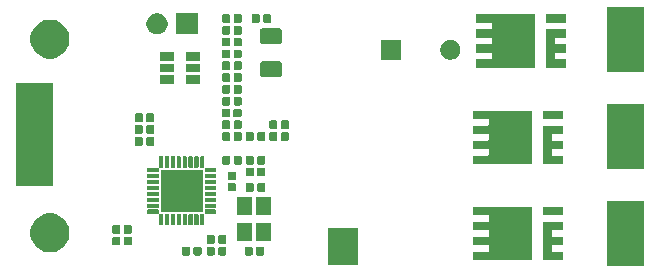
<source format=gts>
G04 #@! TF.GenerationSoftware,KiCad,Pcbnew,5.1.6*
G04 #@! TF.CreationDate,2020-07-14T15:18:58-04:00*
G04 #@! TF.ProjectId,bldc-controller,626c6463-2d63-46f6-9e74-726f6c6c6572,rev?*
G04 #@! TF.SameCoordinates,Original*
G04 #@! TF.FileFunction,Soldermask,Top*
G04 #@! TF.FilePolarity,Negative*
%FSLAX46Y46*%
G04 Gerber Fmt 4.6, Leading zero omitted, Abs format (unit mm)*
G04 Created by KiCad (PCBNEW 5.1.6) date 2020-07-14 15:18:58*
%MOMM*%
%LPD*%
G01*
G04 APERTURE LIST*
%ADD10C,0.100000*%
G04 APERTURE END LIST*
D10*
G36*
X78800800Y-122700800D02*
G01*
X75699200Y-122700800D01*
X75699200Y-117199200D01*
X78800800Y-117199200D01*
X78800800Y-122700800D01*
G37*
G36*
X54600800Y-122600800D02*
G01*
X51999200Y-122600800D01*
X51999200Y-119499200D01*
X54600800Y-119499200D01*
X54600800Y-122600800D01*
G37*
G36*
X71926800Y-119665800D02*
G01*
X71042599Y-119665800D01*
X71032689Y-119666776D01*
X71023159Y-119669667D01*
X71014377Y-119674361D01*
X71006679Y-119680679D01*
X71000361Y-119688377D01*
X70995667Y-119697159D01*
X70992776Y-119706689D01*
X70991800Y-119716599D01*
X70991800Y-120183401D01*
X70992776Y-120193311D01*
X70995667Y-120202841D01*
X71000361Y-120211623D01*
X71006679Y-120219321D01*
X71014377Y-120225639D01*
X71023159Y-120230333D01*
X71032689Y-120233224D01*
X71042599Y-120234200D01*
X71926800Y-120234200D01*
X71926800Y-120935800D01*
X71042599Y-120935800D01*
X71032689Y-120936776D01*
X71023159Y-120939667D01*
X71014377Y-120944361D01*
X71006679Y-120950679D01*
X71000361Y-120958377D01*
X70995667Y-120967159D01*
X70992776Y-120976689D01*
X70991800Y-120986599D01*
X70991800Y-121453401D01*
X70992776Y-121463311D01*
X70995667Y-121472841D01*
X71000361Y-121481623D01*
X71006679Y-121489321D01*
X71014377Y-121495639D01*
X71023159Y-121500333D01*
X71032689Y-121503224D01*
X71042599Y-121504200D01*
X71926800Y-121504200D01*
X71926800Y-122205800D01*
X70275200Y-122205800D01*
X70275200Y-118964200D01*
X71926800Y-118964200D01*
X71926800Y-119665800D01*
G37*
G36*
X69284300Y-122205800D02*
G01*
X64285200Y-122205800D01*
X64285200Y-121504200D01*
X65581901Y-121504200D01*
X65591811Y-121503224D01*
X65601341Y-121500333D01*
X65610123Y-121495639D01*
X65617821Y-121489321D01*
X65624139Y-121481623D01*
X65628833Y-121472841D01*
X65631724Y-121463311D01*
X65632700Y-121453401D01*
X65632700Y-120986599D01*
X65631724Y-120976689D01*
X65628833Y-120967159D01*
X65624139Y-120958377D01*
X65617821Y-120950679D01*
X65610123Y-120944361D01*
X65601341Y-120939667D01*
X65591811Y-120936776D01*
X65581901Y-120935800D01*
X64285200Y-120935800D01*
X64285200Y-120234200D01*
X65581901Y-120234200D01*
X65591811Y-120233224D01*
X65601341Y-120230333D01*
X65610123Y-120225639D01*
X65617821Y-120219321D01*
X65624139Y-120211623D01*
X65628833Y-120202841D01*
X65631724Y-120193311D01*
X65632700Y-120183401D01*
X65632700Y-119716599D01*
X65631724Y-119706689D01*
X65628833Y-119697159D01*
X65624139Y-119688377D01*
X65617821Y-119680679D01*
X65610123Y-119674361D01*
X65601341Y-119669667D01*
X65591811Y-119666776D01*
X65581901Y-119665800D01*
X64285200Y-119665800D01*
X64285200Y-118964200D01*
X65581901Y-118964200D01*
X65591811Y-118963224D01*
X65601341Y-118960333D01*
X65610123Y-118955639D01*
X65617821Y-118949321D01*
X65624139Y-118941623D01*
X65628833Y-118932841D01*
X65631724Y-118923311D01*
X65632700Y-118913401D01*
X65632700Y-118446599D01*
X65631724Y-118436689D01*
X65628833Y-118427159D01*
X65624139Y-118418377D01*
X65617821Y-118410679D01*
X65610123Y-118404361D01*
X65601341Y-118399667D01*
X65591811Y-118396776D01*
X65581901Y-118395800D01*
X64285200Y-118395800D01*
X64285200Y-117694200D01*
X69284300Y-117694200D01*
X69284300Y-122205800D01*
G37*
G36*
X41212027Y-121082275D02*
G01*
X41239650Y-121090654D01*
X41265113Y-121104264D01*
X41287425Y-121122575D01*
X41305736Y-121144887D01*
X41319346Y-121170350D01*
X41327725Y-121197973D01*
X41330800Y-121229191D01*
X41330800Y-121670809D01*
X41327725Y-121702027D01*
X41319346Y-121729650D01*
X41305736Y-121755113D01*
X41287425Y-121777425D01*
X41265113Y-121795736D01*
X41239650Y-121809346D01*
X41212027Y-121817725D01*
X41180809Y-121820800D01*
X40789191Y-121820800D01*
X40757973Y-121817725D01*
X40730350Y-121809346D01*
X40704887Y-121795736D01*
X40682575Y-121777425D01*
X40664264Y-121755113D01*
X40650654Y-121729650D01*
X40642275Y-121702027D01*
X40639200Y-121670809D01*
X40639200Y-121229191D01*
X40642275Y-121197973D01*
X40650654Y-121170350D01*
X40664264Y-121144887D01*
X40682575Y-121122575D01*
X40704887Y-121104264D01*
X40730350Y-121090654D01*
X40757973Y-121082275D01*
X40789191Y-121079200D01*
X41180809Y-121079200D01*
X41212027Y-121082275D01*
G37*
G36*
X40242027Y-121082275D02*
G01*
X40269650Y-121090654D01*
X40295113Y-121104264D01*
X40317425Y-121122575D01*
X40335736Y-121144887D01*
X40349346Y-121170350D01*
X40357725Y-121197973D01*
X40360800Y-121229191D01*
X40360800Y-121670809D01*
X40357725Y-121702027D01*
X40349346Y-121729650D01*
X40335736Y-121755113D01*
X40317425Y-121777425D01*
X40295113Y-121795736D01*
X40269650Y-121809346D01*
X40242027Y-121817725D01*
X40210809Y-121820800D01*
X39819191Y-121820800D01*
X39787973Y-121817725D01*
X39760350Y-121809346D01*
X39734887Y-121795736D01*
X39712575Y-121777425D01*
X39694264Y-121755113D01*
X39680654Y-121729650D01*
X39672275Y-121702027D01*
X39669200Y-121670809D01*
X39669200Y-121229191D01*
X39672275Y-121197973D01*
X39680654Y-121170350D01*
X39694264Y-121144887D01*
X39712575Y-121122575D01*
X39734887Y-121104264D01*
X39760350Y-121090654D01*
X39787973Y-121082275D01*
X39819191Y-121079200D01*
X40210809Y-121079200D01*
X40242027Y-121082275D01*
G37*
G36*
X46512027Y-121082275D02*
G01*
X46539650Y-121090654D01*
X46565113Y-121104264D01*
X46587425Y-121122575D01*
X46605736Y-121144887D01*
X46619346Y-121170350D01*
X46627725Y-121197973D01*
X46630800Y-121229191D01*
X46630800Y-121670809D01*
X46627725Y-121702027D01*
X46619346Y-121729650D01*
X46605736Y-121755113D01*
X46587425Y-121777425D01*
X46565113Y-121795736D01*
X46539650Y-121809346D01*
X46512027Y-121817725D01*
X46480809Y-121820800D01*
X46089191Y-121820800D01*
X46057973Y-121817725D01*
X46030350Y-121809346D01*
X46004887Y-121795736D01*
X45982575Y-121777425D01*
X45964264Y-121755113D01*
X45950654Y-121729650D01*
X45942275Y-121702027D01*
X45939200Y-121670809D01*
X45939200Y-121229191D01*
X45942275Y-121197973D01*
X45950654Y-121170350D01*
X45964264Y-121144887D01*
X45982575Y-121122575D01*
X46004887Y-121104264D01*
X46030350Y-121090654D01*
X46057973Y-121082275D01*
X46089191Y-121079200D01*
X46480809Y-121079200D01*
X46512027Y-121082275D01*
G37*
G36*
X42342027Y-121082275D02*
G01*
X42369650Y-121090654D01*
X42395113Y-121104264D01*
X42417425Y-121122575D01*
X42435736Y-121144887D01*
X42449346Y-121170350D01*
X42457725Y-121197973D01*
X42460800Y-121229191D01*
X42460800Y-121670809D01*
X42457725Y-121702027D01*
X42449346Y-121729650D01*
X42435736Y-121755113D01*
X42417425Y-121777425D01*
X42395113Y-121795736D01*
X42369650Y-121809346D01*
X42342027Y-121817725D01*
X42310809Y-121820800D01*
X41919191Y-121820800D01*
X41887973Y-121817725D01*
X41860350Y-121809346D01*
X41834887Y-121795736D01*
X41812575Y-121777425D01*
X41794264Y-121755113D01*
X41780654Y-121729650D01*
X41772275Y-121702027D01*
X41769200Y-121670809D01*
X41769200Y-121229191D01*
X41772275Y-121197973D01*
X41780654Y-121170350D01*
X41794264Y-121144887D01*
X41812575Y-121122575D01*
X41834887Y-121104264D01*
X41860350Y-121090654D01*
X41887973Y-121082275D01*
X41919191Y-121079200D01*
X42310809Y-121079200D01*
X42342027Y-121082275D01*
G37*
G36*
X45542027Y-121082275D02*
G01*
X45569650Y-121090654D01*
X45595113Y-121104264D01*
X45617425Y-121122575D01*
X45635736Y-121144887D01*
X45649346Y-121170350D01*
X45657725Y-121197973D01*
X45660800Y-121229191D01*
X45660800Y-121670809D01*
X45657725Y-121702027D01*
X45649346Y-121729650D01*
X45635736Y-121755113D01*
X45617425Y-121777425D01*
X45595113Y-121795736D01*
X45569650Y-121809346D01*
X45542027Y-121817725D01*
X45510809Y-121820800D01*
X45119191Y-121820800D01*
X45087973Y-121817725D01*
X45060350Y-121809346D01*
X45034887Y-121795736D01*
X45012575Y-121777425D01*
X44994264Y-121755113D01*
X44980654Y-121729650D01*
X44972275Y-121702027D01*
X44969200Y-121670809D01*
X44969200Y-121229191D01*
X44972275Y-121197973D01*
X44980654Y-121170350D01*
X44994264Y-121144887D01*
X45012575Y-121122575D01*
X45034887Y-121104264D01*
X45060350Y-121090654D01*
X45087973Y-121082275D01*
X45119191Y-121079200D01*
X45510809Y-121079200D01*
X45542027Y-121082275D01*
G37*
G36*
X43312027Y-121082275D02*
G01*
X43339650Y-121090654D01*
X43365113Y-121104264D01*
X43387425Y-121122575D01*
X43405736Y-121144887D01*
X43419346Y-121170350D01*
X43427725Y-121197973D01*
X43430800Y-121229191D01*
X43430800Y-121670809D01*
X43427725Y-121702027D01*
X43419346Y-121729650D01*
X43405736Y-121755113D01*
X43387425Y-121777425D01*
X43365113Y-121795736D01*
X43339650Y-121809346D01*
X43312027Y-121817725D01*
X43280809Y-121820800D01*
X42889191Y-121820800D01*
X42857973Y-121817725D01*
X42830350Y-121809346D01*
X42804887Y-121795736D01*
X42782575Y-121777425D01*
X42764264Y-121755113D01*
X42750654Y-121729650D01*
X42742275Y-121702027D01*
X42739200Y-121670809D01*
X42739200Y-121229191D01*
X42742275Y-121197973D01*
X42750654Y-121170350D01*
X42764264Y-121144887D01*
X42782575Y-121122575D01*
X42804887Y-121104264D01*
X42830350Y-121090654D01*
X42857973Y-121082275D01*
X42889191Y-121079200D01*
X43280809Y-121079200D01*
X43312027Y-121082275D01*
G37*
G36*
X28981521Y-118312639D02*
G01*
X29281947Y-118437080D01*
X29552324Y-118617740D01*
X29782260Y-118847676D01*
X29962920Y-119118053D01*
X30087361Y-119418479D01*
X30150800Y-119737410D01*
X30150800Y-120062590D01*
X30087361Y-120381521D01*
X29962920Y-120681947D01*
X29782260Y-120952324D01*
X29552324Y-121182260D01*
X29281947Y-121362920D01*
X28981521Y-121487361D01*
X28662590Y-121550800D01*
X28337410Y-121550800D01*
X28018479Y-121487361D01*
X27718053Y-121362920D01*
X27447676Y-121182260D01*
X27217740Y-120952324D01*
X27037080Y-120681947D01*
X26912639Y-120381521D01*
X26849200Y-120062590D01*
X26849200Y-119737410D01*
X26912639Y-119418479D01*
X27037080Y-119118053D01*
X27217740Y-118847676D01*
X27447676Y-118617740D01*
X27718053Y-118437080D01*
X28018479Y-118312639D01*
X28337410Y-118249200D01*
X28662590Y-118249200D01*
X28981521Y-118312639D01*
G37*
G36*
X34342027Y-120232275D02*
G01*
X34369650Y-120240654D01*
X34395113Y-120254264D01*
X34417425Y-120272575D01*
X34435736Y-120294887D01*
X34449346Y-120320350D01*
X34457725Y-120347973D01*
X34460800Y-120379191D01*
X34460800Y-120820809D01*
X34457725Y-120852027D01*
X34449346Y-120879650D01*
X34435736Y-120905113D01*
X34417425Y-120927425D01*
X34395113Y-120945736D01*
X34369650Y-120959346D01*
X34342027Y-120967725D01*
X34310809Y-120970800D01*
X33919191Y-120970800D01*
X33887973Y-120967725D01*
X33860350Y-120959346D01*
X33834887Y-120945736D01*
X33812575Y-120927425D01*
X33794264Y-120905113D01*
X33780654Y-120879650D01*
X33772275Y-120852027D01*
X33769200Y-120820809D01*
X33769200Y-120379191D01*
X33772275Y-120347973D01*
X33780654Y-120320350D01*
X33794264Y-120294887D01*
X33812575Y-120272575D01*
X33834887Y-120254264D01*
X33860350Y-120240654D01*
X33887973Y-120232275D01*
X33919191Y-120229200D01*
X34310809Y-120229200D01*
X34342027Y-120232275D01*
G37*
G36*
X35312027Y-120232275D02*
G01*
X35339650Y-120240654D01*
X35365113Y-120254264D01*
X35387425Y-120272575D01*
X35405736Y-120294887D01*
X35419346Y-120320350D01*
X35427725Y-120347973D01*
X35430800Y-120379191D01*
X35430800Y-120820809D01*
X35427725Y-120852027D01*
X35419346Y-120879650D01*
X35405736Y-120905113D01*
X35387425Y-120927425D01*
X35365113Y-120945736D01*
X35339650Y-120959346D01*
X35312027Y-120967725D01*
X35280809Y-120970800D01*
X34889191Y-120970800D01*
X34857973Y-120967725D01*
X34830350Y-120959346D01*
X34804887Y-120945736D01*
X34782575Y-120927425D01*
X34764264Y-120905113D01*
X34750654Y-120879650D01*
X34742275Y-120852027D01*
X34739200Y-120820809D01*
X34739200Y-120379191D01*
X34742275Y-120347973D01*
X34750654Y-120320350D01*
X34764264Y-120294887D01*
X34782575Y-120272575D01*
X34804887Y-120254264D01*
X34830350Y-120240654D01*
X34857973Y-120232275D01*
X34889191Y-120229200D01*
X35280809Y-120229200D01*
X35312027Y-120232275D01*
G37*
G36*
X42342027Y-120082275D02*
G01*
X42369650Y-120090654D01*
X42395113Y-120104264D01*
X42417425Y-120122575D01*
X42435736Y-120144887D01*
X42449346Y-120170350D01*
X42457725Y-120197973D01*
X42460800Y-120229191D01*
X42460800Y-120670809D01*
X42457725Y-120702027D01*
X42449346Y-120729650D01*
X42435736Y-120755113D01*
X42417425Y-120777425D01*
X42395113Y-120795736D01*
X42369650Y-120809346D01*
X42342027Y-120817725D01*
X42310809Y-120820800D01*
X41919191Y-120820800D01*
X41887973Y-120817725D01*
X41860350Y-120809346D01*
X41834887Y-120795736D01*
X41812575Y-120777425D01*
X41794264Y-120755113D01*
X41780654Y-120729650D01*
X41772275Y-120702027D01*
X41769200Y-120670809D01*
X41769200Y-120229191D01*
X41772275Y-120197973D01*
X41780654Y-120170350D01*
X41794264Y-120144887D01*
X41812575Y-120122575D01*
X41834887Y-120104264D01*
X41860350Y-120090654D01*
X41887973Y-120082275D01*
X41919191Y-120079200D01*
X42310809Y-120079200D01*
X42342027Y-120082275D01*
G37*
G36*
X43312027Y-120082275D02*
G01*
X43339650Y-120090654D01*
X43365113Y-120104264D01*
X43387425Y-120122575D01*
X43405736Y-120144887D01*
X43419346Y-120170350D01*
X43427725Y-120197973D01*
X43430800Y-120229191D01*
X43430800Y-120670809D01*
X43427725Y-120702027D01*
X43419346Y-120729650D01*
X43405736Y-120755113D01*
X43387425Y-120777425D01*
X43365113Y-120795736D01*
X43339650Y-120809346D01*
X43312027Y-120817725D01*
X43280809Y-120820800D01*
X42889191Y-120820800D01*
X42857973Y-120817725D01*
X42830350Y-120809346D01*
X42804887Y-120795736D01*
X42782575Y-120777425D01*
X42764264Y-120755113D01*
X42750654Y-120729650D01*
X42742275Y-120702027D01*
X42739200Y-120670809D01*
X42739200Y-120229191D01*
X42742275Y-120197973D01*
X42750654Y-120170350D01*
X42764264Y-120144887D01*
X42782575Y-120122575D01*
X42804887Y-120104264D01*
X42830350Y-120090654D01*
X42857973Y-120082275D01*
X42889191Y-120079200D01*
X43280809Y-120079200D01*
X43312027Y-120082275D01*
G37*
G36*
X45625800Y-120600800D02*
G01*
X44374200Y-120600800D01*
X44374200Y-119099200D01*
X45625800Y-119099200D01*
X45625800Y-120600800D01*
G37*
G36*
X47225800Y-120600800D02*
G01*
X45974200Y-120600800D01*
X45974200Y-119099200D01*
X47225800Y-119099200D01*
X47225800Y-120600800D01*
G37*
G36*
X35312027Y-119232275D02*
G01*
X35339650Y-119240654D01*
X35365113Y-119254264D01*
X35387425Y-119272575D01*
X35405736Y-119294887D01*
X35419346Y-119320350D01*
X35427725Y-119347973D01*
X35430800Y-119379191D01*
X35430800Y-119820809D01*
X35427725Y-119852027D01*
X35419346Y-119879650D01*
X35405736Y-119905113D01*
X35387425Y-119927425D01*
X35365113Y-119945736D01*
X35339650Y-119959346D01*
X35312027Y-119967725D01*
X35280809Y-119970800D01*
X34889191Y-119970800D01*
X34857973Y-119967725D01*
X34830350Y-119959346D01*
X34804887Y-119945736D01*
X34782575Y-119927425D01*
X34764264Y-119905113D01*
X34750654Y-119879650D01*
X34742275Y-119852027D01*
X34739200Y-119820809D01*
X34739200Y-119379191D01*
X34742275Y-119347973D01*
X34750654Y-119320350D01*
X34764264Y-119294887D01*
X34782575Y-119272575D01*
X34804887Y-119254264D01*
X34830350Y-119240654D01*
X34857973Y-119232275D01*
X34889191Y-119229200D01*
X35280809Y-119229200D01*
X35312027Y-119232275D01*
G37*
G36*
X34342027Y-119232275D02*
G01*
X34369650Y-119240654D01*
X34395113Y-119254264D01*
X34417425Y-119272575D01*
X34435736Y-119294887D01*
X34449346Y-119320350D01*
X34457725Y-119347973D01*
X34460800Y-119379191D01*
X34460800Y-119820809D01*
X34457725Y-119852027D01*
X34449346Y-119879650D01*
X34435736Y-119905113D01*
X34417425Y-119927425D01*
X34395113Y-119945736D01*
X34369650Y-119959346D01*
X34342027Y-119967725D01*
X34310809Y-119970800D01*
X33919191Y-119970800D01*
X33887973Y-119967725D01*
X33860350Y-119959346D01*
X33834887Y-119945736D01*
X33812575Y-119927425D01*
X33794264Y-119905113D01*
X33780654Y-119879650D01*
X33772275Y-119852027D01*
X33769200Y-119820809D01*
X33769200Y-119379191D01*
X33772275Y-119347973D01*
X33780654Y-119320350D01*
X33794264Y-119294887D01*
X33812575Y-119272575D01*
X33834887Y-119254264D01*
X33860350Y-119240654D01*
X33887973Y-119232275D01*
X33919191Y-119229200D01*
X34310809Y-119229200D01*
X34342027Y-119232275D01*
G37*
G36*
X39025444Y-118300641D02*
G01*
X39037124Y-118304184D01*
X39047886Y-118309937D01*
X39057320Y-118317680D01*
X39065063Y-118327114D01*
X39070816Y-118337876D01*
X39074359Y-118349556D01*
X39075800Y-118364191D01*
X39075800Y-119210809D01*
X39074359Y-119225444D01*
X39070816Y-119237124D01*
X39065063Y-119247886D01*
X39057320Y-119257320D01*
X39047886Y-119265063D01*
X39037124Y-119270816D01*
X39025444Y-119274359D01*
X39010809Y-119275800D01*
X38789191Y-119275800D01*
X38774556Y-119274359D01*
X38762876Y-119270816D01*
X38752114Y-119265063D01*
X38742680Y-119257320D01*
X38734937Y-119247886D01*
X38729184Y-119237124D01*
X38725641Y-119225444D01*
X38724200Y-119210809D01*
X38724200Y-118364191D01*
X38725641Y-118349556D01*
X38729184Y-118337876D01*
X38734937Y-118327114D01*
X38742680Y-118317680D01*
X38752114Y-118309937D01*
X38762876Y-118304184D01*
X38774556Y-118300641D01*
X38789191Y-118299200D01*
X39010809Y-118299200D01*
X39025444Y-118300641D01*
G37*
G36*
X38525444Y-118300641D02*
G01*
X38537124Y-118304184D01*
X38547886Y-118309937D01*
X38557320Y-118317680D01*
X38565063Y-118327114D01*
X38570816Y-118337876D01*
X38574359Y-118349556D01*
X38575800Y-118364191D01*
X38575800Y-119210809D01*
X38574359Y-119225444D01*
X38570816Y-119237124D01*
X38565063Y-119247886D01*
X38557320Y-119257320D01*
X38547886Y-119265063D01*
X38537124Y-119270816D01*
X38525444Y-119274359D01*
X38510809Y-119275800D01*
X38289191Y-119275800D01*
X38274556Y-119274359D01*
X38262876Y-119270816D01*
X38252114Y-119265063D01*
X38242680Y-119257320D01*
X38234937Y-119247886D01*
X38229184Y-119237124D01*
X38225641Y-119225444D01*
X38224200Y-119210809D01*
X38224200Y-118364191D01*
X38225641Y-118349556D01*
X38229184Y-118337876D01*
X38234937Y-118327114D01*
X38242680Y-118317680D01*
X38252114Y-118309937D01*
X38262876Y-118304184D01*
X38274556Y-118300641D01*
X38289191Y-118299200D01*
X38510809Y-118299200D01*
X38525444Y-118300641D01*
G37*
G36*
X38025444Y-118300641D02*
G01*
X38037124Y-118304184D01*
X38047886Y-118309937D01*
X38057320Y-118317680D01*
X38065063Y-118327114D01*
X38070816Y-118337876D01*
X38074359Y-118349556D01*
X38075800Y-118364191D01*
X38075800Y-119210809D01*
X38074359Y-119225444D01*
X38070816Y-119237124D01*
X38065063Y-119247886D01*
X38057320Y-119257320D01*
X38047886Y-119265063D01*
X38037124Y-119270816D01*
X38025444Y-119274359D01*
X38010809Y-119275800D01*
X37789191Y-119275800D01*
X37774556Y-119274359D01*
X37762876Y-119270816D01*
X37752114Y-119265063D01*
X37742680Y-119257320D01*
X37734937Y-119247886D01*
X37729184Y-119237124D01*
X37725641Y-119225444D01*
X37724200Y-119210809D01*
X37724200Y-118364191D01*
X37725641Y-118349556D01*
X37730381Y-118333932D01*
X37731060Y-118332291D01*
X37733001Y-118322523D01*
X37732999Y-118312565D01*
X37731864Y-118306864D01*
X37737585Y-118308001D01*
X37747543Y-118307999D01*
X37757310Y-118306055D01*
X37758953Y-118305374D01*
X37774556Y-118300641D01*
X37789191Y-118299200D01*
X38010809Y-118299200D01*
X38025444Y-118300641D01*
G37*
G36*
X41025444Y-118300641D02*
G01*
X41037124Y-118304184D01*
X41047886Y-118309937D01*
X41057320Y-118317680D01*
X41065063Y-118327114D01*
X41070816Y-118337876D01*
X41074359Y-118349556D01*
X41075800Y-118364191D01*
X41075800Y-119210809D01*
X41074359Y-119225444D01*
X41070816Y-119237124D01*
X41065063Y-119247886D01*
X41057320Y-119257320D01*
X41047886Y-119265063D01*
X41037124Y-119270816D01*
X41025444Y-119274359D01*
X41010809Y-119275800D01*
X40789191Y-119275800D01*
X40774556Y-119274359D01*
X40762876Y-119270816D01*
X40752114Y-119265063D01*
X40742680Y-119257320D01*
X40734937Y-119247886D01*
X40729184Y-119237124D01*
X40725641Y-119225444D01*
X40724200Y-119210809D01*
X40724200Y-118364191D01*
X40725641Y-118349556D01*
X40729184Y-118337876D01*
X40734937Y-118327114D01*
X40742680Y-118317680D01*
X40752114Y-118309937D01*
X40762876Y-118304184D01*
X40774556Y-118300641D01*
X40789191Y-118299200D01*
X41010809Y-118299200D01*
X41025444Y-118300641D01*
G37*
G36*
X39525444Y-118300641D02*
G01*
X39537124Y-118304184D01*
X39547886Y-118309937D01*
X39557320Y-118317680D01*
X39565063Y-118327114D01*
X39570816Y-118337876D01*
X39574359Y-118349556D01*
X39575800Y-118364191D01*
X39575800Y-119210809D01*
X39574359Y-119225444D01*
X39570816Y-119237124D01*
X39565063Y-119247886D01*
X39557320Y-119257320D01*
X39547886Y-119265063D01*
X39537124Y-119270816D01*
X39525444Y-119274359D01*
X39510809Y-119275800D01*
X39289191Y-119275800D01*
X39274556Y-119274359D01*
X39262876Y-119270816D01*
X39252114Y-119265063D01*
X39242680Y-119257320D01*
X39234937Y-119247886D01*
X39229184Y-119237124D01*
X39225641Y-119225444D01*
X39224200Y-119210809D01*
X39224200Y-118364191D01*
X39225641Y-118349556D01*
X39229184Y-118337876D01*
X39234937Y-118327114D01*
X39242680Y-118317680D01*
X39252114Y-118309937D01*
X39262876Y-118304184D01*
X39274556Y-118300641D01*
X39289191Y-118299200D01*
X39510809Y-118299200D01*
X39525444Y-118300641D01*
G37*
G36*
X40025444Y-118300641D02*
G01*
X40037124Y-118304184D01*
X40047886Y-118309937D01*
X40057320Y-118317680D01*
X40065063Y-118327114D01*
X40070816Y-118337876D01*
X40074359Y-118349556D01*
X40075800Y-118364191D01*
X40075800Y-119210809D01*
X40074359Y-119225444D01*
X40070816Y-119237124D01*
X40065063Y-119247886D01*
X40057320Y-119257320D01*
X40047886Y-119265063D01*
X40037124Y-119270816D01*
X40025444Y-119274359D01*
X40010809Y-119275800D01*
X39789191Y-119275800D01*
X39774556Y-119274359D01*
X39762876Y-119270816D01*
X39752114Y-119265063D01*
X39742680Y-119257320D01*
X39734937Y-119247886D01*
X39729184Y-119237124D01*
X39725641Y-119225444D01*
X39724200Y-119210809D01*
X39724200Y-118364191D01*
X39725641Y-118349556D01*
X39729184Y-118337876D01*
X39734937Y-118327114D01*
X39742680Y-118317680D01*
X39752114Y-118309937D01*
X39762876Y-118304184D01*
X39774556Y-118300641D01*
X39789191Y-118299200D01*
X40010809Y-118299200D01*
X40025444Y-118300641D01*
G37*
G36*
X40525444Y-118300641D02*
G01*
X40537124Y-118304184D01*
X40547886Y-118309937D01*
X40557320Y-118317680D01*
X40565063Y-118327114D01*
X40570816Y-118337876D01*
X40574359Y-118349556D01*
X40575800Y-118364191D01*
X40575800Y-119210809D01*
X40574359Y-119225444D01*
X40570816Y-119237124D01*
X40565063Y-119247886D01*
X40557320Y-119257320D01*
X40547886Y-119265063D01*
X40537124Y-119270816D01*
X40525444Y-119274359D01*
X40510809Y-119275800D01*
X40289191Y-119275800D01*
X40274556Y-119274359D01*
X40262876Y-119270816D01*
X40252114Y-119265063D01*
X40242680Y-119257320D01*
X40234937Y-119247886D01*
X40229184Y-119237124D01*
X40225641Y-119225444D01*
X40224200Y-119210809D01*
X40224200Y-118364191D01*
X40225641Y-118349556D01*
X40229184Y-118337876D01*
X40234937Y-118327114D01*
X40242680Y-118317680D01*
X40252114Y-118309937D01*
X40262876Y-118304184D01*
X40274556Y-118300641D01*
X40289191Y-118299200D01*
X40510809Y-118299200D01*
X40525444Y-118300641D01*
G37*
G36*
X41525444Y-118300641D02*
G01*
X41541068Y-118305381D01*
X41542709Y-118306060D01*
X41552477Y-118308001D01*
X41562435Y-118307999D01*
X41568136Y-118306864D01*
X41566999Y-118312585D01*
X41567001Y-118322543D01*
X41568945Y-118332310D01*
X41569626Y-118333953D01*
X41574359Y-118349556D01*
X41575800Y-118364191D01*
X41575800Y-119210809D01*
X41574359Y-119225444D01*
X41570816Y-119237124D01*
X41565063Y-119247886D01*
X41557320Y-119257320D01*
X41547886Y-119265063D01*
X41537124Y-119270816D01*
X41525444Y-119274359D01*
X41510809Y-119275800D01*
X41289191Y-119275800D01*
X41274556Y-119274359D01*
X41262876Y-119270816D01*
X41252114Y-119265063D01*
X41242680Y-119257320D01*
X41234937Y-119247886D01*
X41229184Y-119237124D01*
X41225641Y-119225444D01*
X41224200Y-119210809D01*
X41224200Y-118364191D01*
X41225641Y-118349556D01*
X41229184Y-118337876D01*
X41234937Y-118327114D01*
X41242680Y-118317680D01*
X41252114Y-118309937D01*
X41262876Y-118304184D01*
X41274556Y-118300641D01*
X41289191Y-118299200D01*
X41510809Y-118299200D01*
X41525444Y-118300641D01*
G37*
G36*
X47225800Y-118400800D02*
G01*
X45974200Y-118400800D01*
X45974200Y-116899200D01*
X47225800Y-116899200D01*
X47225800Y-118400800D01*
G37*
G36*
X45625800Y-118400800D02*
G01*
X44374200Y-118400800D01*
X44374200Y-116899200D01*
X45625800Y-116899200D01*
X45625800Y-118400800D01*
G37*
G36*
X71926800Y-118395800D02*
G01*
X70275200Y-118395800D01*
X70275200Y-117694200D01*
X71926800Y-117694200D01*
X71926800Y-118395800D01*
G37*
G36*
X37650444Y-117925641D02*
G01*
X37662124Y-117929184D01*
X37672886Y-117934937D01*
X37682320Y-117942680D01*
X37690063Y-117952114D01*
X37695816Y-117962876D01*
X37699359Y-117974556D01*
X37700800Y-117989191D01*
X37700800Y-118210809D01*
X37699359Y-118225444D01*
X37694619Y-118241068D01*
X37693940Y-118242709D01*
X37691999Y-118252477D01*
X37692001Y-118262435D01*
X37693136Y-118268136D01*
X37687415Y-118266999D01*
X37677457Y-118267001D01*
X37667690Y-118268945D01*
X37666047Y-118269626D01*
X37650444Y-118274359D01*
X37635809Y-118275800D01*
X36789191Y-118275800D01*
X36774556Y-118274359D01*
X36762876Y-118270816D01*
X36752114Y-118265063D01*
X36742680Y-118257320D01*
X36734937Y-118247886D01*
X36729184Y-118237124D01*
X36725641Y-118225444D01*
X36724200Y-118210809D01*
X36724200Y-117989191D01*
X36725641Y-117974556D01*
X36729184Y-117962876D01*
X36734937Y-117952114D01*
X36742680Y-117942680D01*
X36752114Y-117934937D01*
X36762876Y-117929184D01*
X36774556Y-117925641D01*
X36789191Y-117924200D01*
X37635809Y-117924200D01*
X37650444Y-117925641D01*
G37*
G36*
X42525444Y-117925641D02*
G01*
X42537124Y-117929184D01*
X42547886Y-117934937D01*
X42557320Y-117942680D01*
X42565063Y-117952114D01*
X42570816Y-117962876D01*
X42574359Y-117974556D01*
X42575800Y-117989191D01*
X42575800Y-118210809D01*
X42574359Y-118225444D01*
X42570816Y-118237124D01*
X42565063Y-118247886D01*
X42557320Y-118257320D01*
X42547886Y-118265063D01*
X42537124Y-118270816D01*
X42525444Y-118274359D01*
X42510809Y-118275800D01*
X41664191Y-118275800D01*
X41649556Y-118274359D01*
X41633932Y-118269619D01*
X41632291Y-118268940D01*
X41622523Y-118266999D01*
X41612565Y-118267001D01*
X41606864Y-118268136D01*
X41608001Y-118262415D01*
X41607999Y-118252457D01*
X41606055Y-118242690D01*
X41605374Y-118241047D01*
X41600641Y-118225444D01*
X41599200Y-118210809D01*
X41599200Y-117989191D01*
X41600641Y-117974556D01*
X41604184Y-117962876D01*
X41609937Y-117952114D01*
X41617680Y-117942680D01*
X41627114Y-117934937D01*
X41637876Y-117929184D01*
X41649556Y-117925641D01*
X41664191Y-117924200D01*
X42510809Y-117924200D01*
X42525444Y-117925641D01*
G37*
G36*
X41425800Y-118125800D02*
G01*
X37874200Y-118125800D01*
X37874200Y-114574200D01*
X41425800Y-114574200D01*
X41425800Y-118125800D01*
G37*
G36*
X42525444Y-117425641D02*
G01*
X42537124Y-117429184D01*
X42547886Y-117434937D01*
X42557320Y-117442680D01*
X42565063Y-117452114D01*
X42570816Y-117462876D01*
X42574359Y-117474556D01*
X42575800Y-117489191D01*
X42575800Y-117710809D01*
X42574359Y-117725444D01*
X42570816Y-117737124D01*
X42565063Y-117747886D01*
X42557320Y-117757320D01*
X42547886Y-117765063D01*
X42537124Y-117770816D01*
X42525444Y-117774359D01*
X42510809Y-117775800D01*
X41664191Y-117775800D01*
X41649556Y-117774359D01*
X41637876Y-117770816D01*
X41627114Y-117765063D01*
X41617680Y-117757320D01*
X41609937Y-117747886D01*
X41604184Y-117737124D01*
X41600641Y-117725444D01*
X41599200Y-117710809D01*
X41599200Y-117489191D01*
X41600641Y-117474556D01*
X41604184Y-117462876D01*
X41609937Y-117452114D01*
X41617680Y-117442680D01*
X41627114Y-117434937D01*
X41637876Y-117429184D01*
X41649556Y-117425641D01*
X41664191Y-117424200D01*
X42510809Y-117424200D01*
X42525444Y-117425641D01*
G37*
G36*
X37650444Y-117425641D02*
G01*
X37662124Y-117429184D01*
X37672886Y-117434937D01*
X37682320Y-117442680D01*
X37690063Y-117452114D01*
X37695816Y-117462876D01*
X37699359Y-117474556D01*
X37700800Y-117489191D01*
X37700800Y-117710809D01*
X37699359Y-117725444D01*
X37695816Y-117737124D01*
X37690063Y-117747886D01*
X37682320Y-117757320D01*
X37672886Y-117765063D01*
X37662124Y-117770816D01*
X37650444Y-117774359D01*
X37635809Y-117775800D01*
X36789191Y-117775800D01*
X36774556Y-117774359D01*
X36762876Y-117770816D01*
X36752114Y-117765063D01*
X36742680Y-117757320D01*
X36734937Y-117747886D01*
X36729184Y-117737124D01*
X36725641Y-117725444D01*
X36724200Y-117710809D01*
X36724200Y-117489191D01*
X36725641Y-117474556D01*
X36729184Y-117462876D01*
X36734937Y-117452114D01*
X36742680Y-117442680D01*
X36752114Y-117434937D01*
X36762876Y-117429184D01*
X36774556Y-117425641D01*
X36789191Y-117424200D01*
X37635809Y-117424200D01*
X37650444Y-117425641D01*
G37*
G36*
X42525444Y-116925641D02*
G01*
X42537124Y-116929184D01*
X42547886Y-116934937D01*
X42557320Y-116942680D01*
X42565063Y-116952114D01*
X42570816Y-116962876D01*
X42574359Y-116974556D01*
X42575800Y-116989191D01*
X42575800Y-117210809D01*
X42574359Y-117225444D01*
X42570816Y-117237124D01*
X42565063Y-117247886D01*
X42557320Y-117257320D01*
X42547886Y-117265063D01*
X42537124Y-117270816D01*
X42525444Y-117274359D01*
X42510809Y-117275800D01*
X41664191Y-117275800D01*
X41649556Y-117274359D01*
X41637876Y-117270816D01*
X41627114Y-117265063D01*
X41617680Y-117257320D01*
X41609937Y-117247886D01*
X41604184Y-117237124D01*
X41600641Y-117225444D01*
X41599200Y-117210809D01*
X41599200Y-116989191D01*
X41600641Y-116974556D01*
X41604184Y-116962876D01*
X41609937Y-116952114D01*
X41617680Y-116942680D01*
X41627114Y-116934937D01*
X41637876Y-116929184D01*
X41649556Y-116925641D01*
X41664191Y-116924200D01*
X42510809Y-116924200D01*
X42525444Y-116925641D01*
G37*
G36*
X37650444Y-116925641D02*
G01*
X37662124Y-116929184D01*
X37672886Y-116934937D01*
X37682320Y-116942680D01*
X37690063Y-116952114D01*
X37695816Y-116962876D01*
X37699359Y-116974556D01*
X37700800Y-116989191D01*
X37700800Y-117210809D01*
X37699359Y-117225444D01*
X37695816Y-117237124D01*
X37690063Y-117247886D01*
X37682320Y-117257320D01*
X37672886Y-117265063D01*
X37662124Y-117270816D01*
X37650444Y-117274359D01*
X37635809Y-117275800D01*
X36789191Y-117275800D01*
X36774556Y-117274359D01*
X36762876Y-117270816D01*
X36752114Y-117265063D01*
X36742680Y-117257320D01*
X36734937Y-117247886D01*
X36729184Y-117237124D01*
X36725641Y-117225444D01*
X36724200Y-117210809D01*
X36724200Y-116989191D01*
X36725641Y-116974556D01*
X36729184Y-116962876D01*
X36734937Y-116952114D01*
X36742680Y-116942680D01*
X36752114Y-116934937D01*
X36762876Y-116929184D01*
X36774556Y-116925641D01*
X36789191Y-116924200D01*
X37635809Y-116924200D01*
X37650444Y-116925641D01*
G37*
G36*
X42525444Y-116425641D02*
G01*
X42537124Y-116429184D01*
X42547886Y-116434937D01*
X42557320Y-116442680D01*
X42565063Y-116452114D01*
X42570816Y-116462876D01*
X42574359Y-116474556D01*
X42575800Y-116489191D01*
X42575800Y-116710809D01*
X42574359Y-116725444D01*
X42570816Y-116737124D01*
X42565063Y-116747886D01*
X42557320Y-116757320D01*
X42547886Y-116765063D01*
X42537124Y-116770816D01*
X42525444Y-116774359D01*
X42510809Y-116775800D01*
X41664191Y-116775800D01*
X41649556Y-116774359D01*
X41637876Y-116770816D01*
X41627114Y-116765063D01*
X41617680Y-116757320D01*
X41609937Y-116747886D01*
X41604184Y-116737124D01*
X41600641Y-116725444D01*
X41599200Y-116710809D01*
X41599200Y-116489191D01*
X41600641Y-116474556D01*
X41604184Y-116462876D01*
X41609937Y-116452114D01*
X41617680Y-116442680D01*
X41627114Y-116434937D01*
X41637876Y-116429184D01*
X41649556Y-116425641D01*
X41664191Y-116424200D01*
X42510809Y-116424200D01*
X42525444Y-116425641D01*
G37*
G36*
X37650444Y-116425641D02*
G01*
X37662124Y-116429184D01*
X37672886Y-116434937D01*
X37682320Y-116442680D01*
X37690063Y-116452114D01*
X37695816Y-116462876D01*
X37699359Y-116474556D01*
X37700800Y-116489191D01*
X37700800Y-116710809D01*
X37699359Y-116725444D01*
X37695816Y-116737124D01*
X37690063Y-116747886D01*
X37682320Y-116757320D01*
X37672886Y-116765063D01*
X37662124Y-116770816D01*
X37650444Y-116774359D01*
X37635809Y-116775800D01*
X36789191Y-116775800D01*
X36774556Y-116774359D01*
X36762876Y-116770816D01*
X36752114Y-116765063D01*
X36742680Y-116757320D01*
X36734937Y-116747886D01*
X36729184Y-116737124D01*
X36725641Y-116725444D01*
X36724200Y-116710809D01*
X36724200Y-116489191D01*
X36725641Y-116474556D01*
X36729184Y-116462876D01*
X36734937Y-116452114D01*
X36742680Y-116442680D01*
X36752114Y-116434937D01*
X36762876Y-116429184D01*
X36774556Y-116425641D01*
X36789191Y-116424200D01*
X37635809Y-116424200D01*
X37650444Y-116425641D01*
G37*
G36*
X46612027Y-115682275D02*
G01*
X46639650Y-115690654D01*
X46665113Y-115704264D01*
X46687425Y-115722575D01*
X46705736Y-115744887D01*
X46719346Y-115770350D01*
X46727725Y-115797973D01*
X46730800Y-115829191D01*
X46730800Y-116270809D01*
X46727725Y-116302027D01*
X46719346Y-116329650D01*
X46705736Y-116355113D01*
X46687425Y-116377425D01*
X46665113Y-116395736D01*
X46639650Y-116409346D01*
X46612027Y-116417725D01*
X46580809Y-116420800D01*
X46189191Y-116420800D01*
X46157973Y-116417725D01*
X46130350Y-116409346D01*
X46104887Y-116395736D01*
X46082575Y-116377425D01*
X46064264Y-116355113D01*
X46050654Y-116329650D01*
X46042275Y-116302027D01*
X46039200Y-116270809D01*
X46039200Y-115829191D01*
X46042275Y-115797973D01*
X46050654Y-115770350D01*
X46064264Y-115744887D01*
X46082575Y-115722575D01*
X46104887Y-115704264D01*
X46130350Y-115690654D01*
X46157973Y-115682275D01*
X46189191Y-115679200D01*
X46580809Y-115679200D01*
X46612027Y-115682275D01*
G37*
G36*
X45642027Y-115682275D02*
G01*
X45669650Y-115690654D01*
X45695113Y-115704264D01*
X45717425Y-115722575D01*
X45735736Y-115744887D01*
X45749346Y-115770350D01*
X45757725Y-115797973D01*
X45760800Y-115829191D01*
X45760800Y-116270809D01*
X45757725Y-116302027D01*
X45749346Y-116329650D01*
X45735736Y-116355113D01*
X45717425Y-116377425D01*
X45695113Y-116395736D01*
X45669650Y-116409346D01*
X45642027Y-116417725D01*
X45610809Y-116420800D01*
X45219191Y-116420800D01*
X45187973Y-116417725D01*
X45160350Y-116409346D01*
X45134887Y-116395736D01*
X45112575Y-116377425D01*
X45094264Y-116355113D01*
X45080654Y-116329650D01*
X45072275Y-116302027D01*
X45069200Y-116270809D01*
X45069200Y-115829191D01*
X45072275Y-115797973D01*
X45080654Y-115770350D01*
X45094264Y-115744887D01*
X45112575Y-115722575D01*
X45134887Y-115704264D01*
X45160350Y-115690654D01*
X45187973Y-115682275D01*
X45219191Y-115679200D01*
X45610809Y-115679200D01*
X45642027Y-115682275D01*
G37*
G36*
X44152027Y-115692275D02*
G01*
X44179650Y-115700654D01*
X44205113Y-115714264D01*
X44227425Y-115732575D01*
X44245736Y-115754887D01*
X44259346Y-115780350D01*
X44267725Y-115807973D01*
X44270800Y-115839191D01*
X44270800Y-116230809D01*
X44267725Y-116262027D01*
X44259346Y-116289650D01*
X44245736Y-116315113D01*
X44227425Y-116337425D01*
X44205113Y-116355736D01*
X44179650Y-116369346D01*
X44152027Y-116377725D01*
X44120809Y-116380800D01*
X43679191Y-116380800D01*
X43647973Y-116377725D01*
X43620350Y-116369346D01*
X43594887Y-116355736D01*
X43572575Y-116337425D01*
X43554264Y-116315113D01*
X43540654Y-116289650D01*
X43532275Y-116262027D01*
X43529200Y-116230809D01*
X43529200Y-115839191D01*
X43532275Y-115807973D01*
X43540654Y-115780350D01*
X43554264Y-115754887D01*
X43572575Y-115732575D01*
X43594887Y-115714264D01*
X43620350Y-115700654D01*
X43647973Y-115692275D01*
X43679191Y-115689200D01*
X44120809Y-115689200D01*
X44152027Y-115692275D01*
G37*
G36*
X37650444Y-115925641D02*
G01*
X37662124Y-115929184D01*
X37672886Y-115934937D01*
X37682320Y-115942680D01*
X37690063Y-115952114D01*
X37695816Y-115962876D01*
X37699359Y-115974556D01*
X37700800Y-115989191D01*
X37700800Y-116210809D01*
X37699359Y-116225444D01*
X37695816Y-116237124D01*
X37690063Y-116247886D01*
X37682320Y-116257320D01*
X37672886Y-116265063D01*
X37662124Y-116270816D01*
X37650444Y-116274359D01*
X37635809Y-116275800D01*
X36789191Y-116275800D01*
X36774556Y-116274359D01*
X36762876Y-116270816D01*
X36752114Y-116265063D01*
X36742680Y-116257320D01*
X36734937Y-116247886D01*
X36729184Y-116237124D01*
X36725641Y-116225444D01*
X36724200Y-116210809D01*
X36724200Y-115989191D01*
X36725641Y-115974556D01*
X36729184Y-115962876D01*
X36734937Y-115952114D01*
X36742680Y-115942680D01*
X36752114Y-115934937D01*
X36762876Y-115929184D01*
X36774556Y-115925641D01*
X36789191Y-115924200D01*
X37635809Y-115924200D01*
X37650444Y-115925641D01*
G37*
G36*
X42525444Y-115925641D02*
G01*
X42537124Y-115929184D01*
X42547886Y-115934937D01*
X42557320Y-115942680D01*
X42565063Y-115952114D01*
X42570816Y-115962876D01*
X42574359Y-115974556D01*
X42575800Y-115989191D01*
X42575800Y-116210809D01*
X42574359Y-116225444D01*
X42570816Y-116237124D01*
X42565063Y-116247886D01*
X42557320Y-116257320D01*
X42547886Y-116265063D01*
X42537124Y-116270816D01*
X42525444Y-116274359D01*
X42510809Y-116275800D01*
X41664191Y-116275800D01*
X41649556Y-116274359D01*
X41637876Y-116270816D01*
X41627114Y-116265063D01*
X41617680Y-116257320D01*
X41609937Y-116247886D01*
X41604184Y-116237124D01*
X41600641Y-116225444D01*
X41599200Y-116210809D01*
X41599200Y-115989191D01*
X41600641Y-115974556D01*
X41604184Y-115962876D01*
X41609937Y-115952114D01*
X41617680Y-115942680D01*
X41627114Y-115934937D01*
X41637876Y-115929184D01*
X41649556Y-115925641D01*
X41664191Y-115924200D01*
X42510809Y-115924200D01*
X42525444Y-115925641D01*
G37*
G36*
X28750800Y-115950800D02*
G01*
X25649200Y-115950800D01*
X25649200Y-107249200D01*
X28750800Y-107249200D01*
X28750800Y-115950800D01*
G37*
G36*
X37650444Y-115425641D02*
G01*
X37662124Y-115429184D01*
X37672886Y-115434937D01*
X37682320Y-115442680D01*
X37690063Y-115452114D01*
X37695816Y-115462876D01*
X37699359Y-115474556D01*
X37700800Y-115489191D01*
X37700800Y-115710809D01*
X37699359Y-115725444D01*
X37695816Y-115737124D01*
X37690063Y-115747886D01*
X37682320Y-115757320D01*
X37672886Y-115765063D01*
X37662124Y-115770816D01*
X37650444Y-115774359D01*
X37635809Y-115775800D01*
X36789191Y-115775800D01*
X36774556Y-115774359D01*
X36762876Y-115770816D01*
X36752114Y-115765063D01*
X36742680Y-115757320D01*
X36734937Y-115747886D01*
X36729184Y-115737124D01*
X36725641Y-115725444D01*
X36724200Y-115710809D01*
X36724200Y-115489191D01*
X36725641Y-115474556D01*
X36729184Y-115462876D01*
X36734937Y-115452114D01*
X36742680Y-115442680D01*
X36752114Y-115434937D01*
X36762876Y-115429184D01*
X36774556Y-115425641D01*
X36789191Y-115424200D01*
X37635809Y-115424200D01*
X37650444Y-115425641D01*
G37*
G36*
X42525444Y-115425641D02*
G01*
X42537124Y-115429184D01*
X42547886Y-115434937D01*
X42557320Y-115442680D01*
X42565063Y-115452114D01*
X42570816Y-115462876D01*
X42574359Y-115474556D01*
X42575800Y-115489191D01*
X42575800Y-115710809D01*
X42574359Y-115725444D01*
X42570816Y-115737124D01*
X42565063Y-115747886D01*
X42557320Y-115757320D01*
X42547886Y-115765063D01*
X42537124Y-115770816D01*
X42525444Y-115774359D01*
X42510809Y-115775800D01*
X41664191Y-115775800D01*
X41649556Y-115774359D01*
X41637876Y-115770816D01*
X41627114Y-115765063D01*
X41617680Y-115757320D01*
X41609937Y-115747886D01*
X41604184Y-115737124D01*
X41600641Y-115725444D01*
X41599200Y-115710809D01*
X41599200Y-115489191D01*
X41600641Y-115474556D01*
X41604184Y-115462876D01*
X41609937Y-115452114D01*
X41617680Y-115442680D01*
X41627114Y-115434937D01*
X41637876Y-115429184D01*
X41649556Y-115425641D01*
X41664191Y-115424200D01*
X42510809Y-115424200D01*
X42525444Y-115425641D01*
G37*
G36*
X44152027Y-114722275D02*
G01*
X44179650Y-114730654D01*
X44205113Y-114744264D01*
X44227425Y-114762575D01*
X44245736Y-114784887D01*
X44259346Y-114810350D01*
X44267725Y-114837973D01*
X44270800Y-114869191D01*
X44270800Y-115260809D01*
X44267725Y-115292027D01*
X44259346Y-115319650D01*
X44245736Y-115345113D01*
X44227425Y-115367425D01*
X44205113Y-115385736D01*
X44179650Y-115399346D01*
X44152027Y-115407725D01*
X44120809Y-115410800D01*
X43679191Y-115410800D01*
X43647973Y-115407725D01*
X43620350Y-115399346D01*
X43594887Y-115385736D01*
X43572575Y-115367425D01*
X43554264Y-115345113D01*
X43540654Y-115319650D01*
X43532275Y-115292027D01*
X43529200Y-115260809D01*
X43529200Y-114869191D01*
X43532275Y-114837973D01*
X43540654Y-114810350D01*
X43554264Y-114784887D01*
X43572575Y-114762575D01*
X43594887Y-114744264D01*
X43620350Y-114730654D01*
X43647973Y-114722275D01*
X43679191Y-114719200D01*
X44120809Y-114719200D01*
X44152027Y-114722275D01*
G37*
G36*
X42525444Y-114925641D02*
G01*
X42537124Y-114929184D01*
X42547886Y-114934937D01*
X42557320Y-114942680D01*
X42565063Y-114952114D01*
X42570816Y-114962876D01*
X42574359Y-114974556D01*
X42575800Y-114989191D01*
X42575800Y-115210809D01*
X42574359Y-115225444D01*
X42570816Y-115237124D01*
X42565063Y-115247886D01*
X42557320Y-115257320D01*
X42547886Y-115265063D01*
X42537124Y-115270816D01*
X42525444Y-115274359D01*
X42510809Y-115275800D01*
X41664191Y-115275800D01*
X41649556Y-115274359D01*
X41637876Y-115270816D01*
X41627114Y-115265063D01*
X41617680Y-115257320D01*
X41609937Y-115247886D01*
X41604184Y-115237124D01*
X41600641Y-115225444D01*
X41599200Y-115210809D01*
X41599200Y-114989191D01*
X41600641Y-114974556D01*
X41604184Y-114962876D01*
X41609937Y-114952114D01*
X41617680Y-114942680D01*
X41627114Y-114934937D01*
X41637876Y-114929184D01*
X41649556Y-114925641D01*
X41664191Y-114924200D01*
X42510809Y-114924200D01*
X42525444Y-114925641D01*
G37*
G36*
X37650444Y-114925641D02*
G01*
X37662124Y-114929184D01*
X37672886Y-114934937D01*
X37682320Y-114942680D01*
X37690063Y-114952114D01*
X37695816Y-114962876D01*
X37699359Y-114974556D01*
X37700800Y-114989191D01*
X37700800Y-115210809D01*
X37699359Y-115225444D01*
X37695816Y-115237124D01*
X37690063Y-115247886D01*
X37682320Y-115257320D01*
X37672886Y-115265063D01*
X37662124Y-115270816D01*
X37650444Y-115274359D01*
X37635809Y-115275800D01*
X36789191Y-115275800D01*
X36774556Y-115274359D01*
X36762876Y-115270816D01*
X36752114Y-115265063D01*
X36742680Y-115257320D01*
X36734937Y-115247886D01*
X36729184Y-115237124D01*
X36725641Y-115225444D01*
X36724200Y-115210809D01*
X36724200Y-114989191D01*
X36725641Y-114974556D01*
X36729184Y-114962876D01*
X36734937Y-114952114D01*
X36742680Y-114942680D01*
X36752114Y-114934937D01*
X36762876Y-114929184D01*
X36774556Y-114925641D01*
X36789191Y-114924200D01*
X37635809Y-114924200D01*
X37650444Y-114925641D01*
G37*
G36*
X45642027Y-114382275D02*
G01*
X45669650Y-114390654D01*
X45695113Y-114404264D01*
X45717425Y-114422575D01*
X45735736Y-114444887D01*
X45749346Y-114470350D01*
X45757725Y-114497973D01*
X45760800Y-114529191D01*
X45760800Y-114970809D01*
X45757725Y-115002027D01*
X45749346Y-115029650D01*
X45735736Y-115055113D01*
X45717425Y-115077425D01*
X45695113Y-115095736D01*
X45669650Y-115109346D01*
X45642027Y-115117725D01*
X45610809Y-115120800D01*
X45219191Y-115120800D01*
X45187973Y-115117725D01*
X45160350Y-115109346D01*
X45134887Y-115095736D01*
X45112575Y-115077425D01*
X45094264Y-115055113D01*
X45080654Y-115029650D01*
X45072275Y-115002027D01*
X45069200Y-114970809D01*
X45069200Y-114529191D01*
X45072275Y-114497973D01*
X45080654Y-114470350D01*
X45094264Y-114444887D01*
X45112575Y-114422575D01*
X45134887Y-114404264D01*
X45160350Y-114390654D01*
X45187973Y-114382275D01*
X45219191Y-114379200D01*
X45610809Y-114379200D01*
X45642027Y-114382275D01*
G37*
G36*
X46612027Y-114382275D02*
G01*
X46639650Y-114390654D01*
X46665113Y-114404264D01*
X46687425Y-114422575D01*
X46705736Y-114444887D01*
X46719346Y-114470350D01*
X46727725Y-114497973D01*
X46730800Y-114529191D01*
X46730800Y-114970809D01*
X46727725Y-115002027D01*
X46719346Y-115029650D01*
X46705736Y-115055113D01*
X46687425Y-115077425D01*
X46665113Y-115095736D01*
X46639650Y-115109346D01*
X46612027Y-115117725D01*
X46580809Y-115120800D01*
X46189191Y-115120800D01*
X46157973Y-115117725D01*
X46130350Y-115109346D01*
X46104887Y-115095736D01*
X46082575Y-115077425D01*
X46064264Y-115055113D01*
X46050654Y-115029650D01*
X46042275Y-115002027D01*
X46039200Y-114970809D01*
X46039200Y-114529191D01*
X46042275Y-114497973D01*
X46050654Y-114470350D01*
X46064264Y-114444887D01*
X46082575Y-114422575D01*
X46104887Y-114404264D01*
X46130350Y-114390654D01*
X46157973Y-114382275D01*
X46189191Y-114379200D01*
X46580809Y-114379200D01*
X46612027Y-114382275D01*
G37*
G36*
X37650444Y-114425641D02*
G01*
X37666068Y-114430381D01*
X37667709Y-114431060D01*
X37677477Y-114433001D01*
X37687435Y-114432999D01*
X37693136Y-114431864D01*
X37691999Y-114437585D01*
X37692001Y-114447543D01*
X37693945Y-114457310D01*
X37694626Y-114458953D01*
X37699359Y-114474556D01*
X37700800Y-114489191D01*
X37700800Y-114710809D01*
X37699359Y-114725444D01*
X37695816Y-114737124D01*
X37690063Y-114747886D01*
X37682320Y-114757320D01*
X37672886Y-114765063D01*
X37662124Y-114770816D01*
X37650444Y-114774359D01*
X37635809Y-114775800D01*
X36789191Y-114775800D01*
X36774556Y-114774359D01*
X36762876Y-114770816D01*
X36752114Y-114765063D01*
X36742680Y-114757320D01*
X36734937Y-114747886D01*
X36729184Y-114737124D01*
X36725641Y-114725444D01*
X36724200Y-114710809D01*
X36724200Y-114489191D01*
X36725641Y-114474556D01*
X36729184Y-114462876D01*
X36734937Y-114452114D01*
X36742680Y-114442680D01*
X36752114Y-114434937D01*
X36762876Y-114429184D01*
X36774556Y-114425641D01*
X36789191Y-114424200D01*
X37635809Y-114424200D01*
X37650444Y-114425641D01*
G37*
G36*
X42525444Y-114425641D02*
G01*
X42537124Y-114429184D01*
X42547886Y-114434937D01*
X42557320Y-114442680D01*
X42565063Y-114452114D01*
X42570816Y-114462876D01*
X42574359Y-114474556D01*
X42575800Y-114489191D01*
X42575800Y-114710809D01*
X42574359Y-114725444D01*
X42570816Y-114737124D01*
X42565063Y-114747886D01*
X42557320Y-114757320D01*
X42547886Y-114765063D01*
X42537124Y-114770816D01*
X42525444Y-114774359D01*
X42510809Y-114775800D01*
X41664191Y-114775800D01*
X41649556Y-114774359D01*
X41637876Y-114770816D01*
X41627114Y-114765063D01*
X41617680Y-114757320D01*
X41609937Y-114747886D01*
X41604184Y-114737124D01*
X41600641Y-114725444D01*
X41599200Y-114710809D01*
X41599200Y-114489191D01*
X41600641Y-114474556D01*
X41605381Y-114458932D01*
X41606060Y-114457291D01*
X41608001Y-114447523D01*
X41607999Y-114437565D01*
X41606864Y-114431864D01*
X41612585Y-114433001D01*
X41622543Y-114432999D01*
X41632310Y-114431055D01*
X41633953Y-114430374D01*
X41649556Y-114425641D01*
X41664191Y-114424200D01*
X42510809Y-114424200D01*
X42525444Y-114425641D01*
G37*
G36*
X78800800Y-114500800D02*
G01*
X75699200Y-114500800D01*
X75699200Y-108999200D01*
X78800800Y-108999200D01*
X78800800Y-114500800D01*
G37*
G36*
X40025444Y-113425641D02*
G01*
X40037124Y-113429184D01*
X40047886Y-113434937D01*
X40057320Y-113442680D01*
X40065063Y-113452114D01*
X40070816Y-113462876D01*
X40074359Y-113474556D01*
X40075800Y-113489191D01*
X40075800Y-114335809D01*
X40074359Y-114350444D01*
X40070816Y-114362124D01*
X40065063Y-114372886D01*
X40057320Y-114382320D01*
X40047886Y-114390063D01*
X40037124Y-114395816D01*
X40025444Y-114399359D01*
X40010809Y-114400800D01*
X39789191Y-114400800D01*
X39774556Y-114399359D01*
X39762876Y-114395816D01*
X39752114Y-114390063D01*
X39742680Y-114382320D01*
X39734937Y-114372886D01*
X39729184Y-114362124D01*
X39725641Y-114350444D01*
X39724200Y-114335809D01*
X39724200Y-113489191D01*
X39725641Y-113474556D01*
X39729184Y-113462876D01*
X39734937Y-113452114D01*
X39742680Y-113442680D01*
X39752114Y-113434937D01*
X39762876Y-113429184D01*
X39774556Y-113425641D01*
X39789191Y-113424200D01*
X40010809Y-113424200D01*
X40025444Y-113425641D01*
G37*
G36*
X39025444Y-113425641D02*
G01*
X39037124Y-113429184D01*
X39047886Y-113434937D01*
X39057320Y-113442680D01*
X39065063Y-113452114D01*
X39070816Y-113462876D01*
X39074359Y-113474556D01*
X39075800Y-113489191D01*
X39075800Y-114335809D01*
X39074359Y-114350444D01*
X39070816Y-114362124D01*
X39065063Y-114372886D01*
X39057320Y-114382320D01*
X39047886Y-114390063D01*
X39037124Y-114395816D01*
X39025444Y-114399359D01*
X39010809Y-114400800D01*
X38789191Y-114400800D01*
X38774556Y-114399359D01*
X38762876Y-114395816D01*
X38752114Y-114390063D01*
X38742680Y-114382320D01*
X38734937Y-114372886D01*
X38729184Y-114362124D01*
X38725641Y-114350444D01*
X38724200Y-114335809D01*
X38724200Y-113489191D01*
X38725641Y-113474556D01*
X38729184Y-113462876D01*
X38734937Y-113452114D01*
X38742680Y-113442680D01*
X38752114Y-113434937D01*
X38762876Y-113429184D01*
X38774556Y-113425641D01*
X38789191Y-113424200D01*
X39010809Y-113424200D01*
X39025444Y-113425641D01*
G37*
G36*
X38525444Y-113425641D02*
G01*
X38537124Y-113429184D01*
X38547886Y-113434937D01*
X38557320Y-113442680D01*
X38565063Y-113452114D01*
X38570816Y-113462876D01*
X38574359Y-113474556D01*
X38575800Y-113489191D01*
X38575800Y-114335809D01*
X38574359Y-114350444D01*
X38570816Y-114362124D01*
X38565063Y-114372886D01*
X38557320Y-114382320D01*
X38547886Y-114390063D01*
X38537124Y-114395816D01*
X38525444Y-114399359D01*
X38510809Y-114400800D01*
X38289191Y-114400800D01*
X38274556Y-114399359D01*
X38262876Y-114395816D01*
X38252114Y-114390063D01*
X38242680Y-114382320D01*
X38234937Y-114372886D01*
X38229184Y-114362124D01*
X38225641Y-114350444D01*
X38224200Y-114335809D01*
X38224200Y-113489191D01*
X38225641Y-113474556D01*
X38229184Y-113462876D01*
X38234937Y-113452114D01*
X38242680Y-113442680D01*
X38252114Y-113434937D01*
X38262876Y-113429184D01*
X38274556Y-113425641D01*
X38289191Y-113424200D01*
X38510809Y-113424200D01*
X38525444Y-113425641D01*
G37*
G36*
X38025444Y-113425641D02*
G01*
X38037124Y-113429184D01*
X38047886Y-113434937D01*
X38057320Y-113442680D01*
X38065063Y-113452114D01*
X38070816Y-113462876D01*
X38074359Y-113474556D01*
X38075800Y-113489191D01*
X38075800Y-114335809D01*
X38074359Y-114350444D01*
X38070816Y-114362124D01*
X38065063Y-114372886D01*
X38057320Y-114382320D01*
X38047886Y-114390063D01*
X38037124Y-114395816D01*
X38025444Y-114399359D01*
X38010809Y-114400800D01*
X37789191Y-114400800D01*
X37774556Y-114399359D01*
X37758932Y-114394619D01*
X37757291Y-114393940D01*
X37747523Y-114391999D01*
X37737565Y-114392001D01*
X37731864Y-114393136D01*
X37733001Y-114387415D01*
X37732999Y-114377457D01*
X37731055Y-114367690D01*
X37730374Y-114366047D01*
X37725641Y-114350444D01*
X37724200Y-114335809D01*
X37724200Y-113489191D01*
X37725641Y-113474556D01*
X37729184Y-113462876D01*
X37734937Y-113452114D01*
X37742680Y-113442680D01*
X37752114Y-113434937D01*
X37762876Y-113429184D01*
X37774556Y-113425641D01*
X37789191Y-113424200D01*
X38010809Y-113424200D01*
X38025444Y-113425641D01*
G37*
G36*
X41525444Y-113425641D02*
G01*
X41537124Y-113429184D01*
X41547886Y-113434937D01*
X41557320Y-113442680D01*
X41565063Y-113452114D01*
X41570816Y-113462876D01*
X41574359Y-113474556D01*
X41575800Y-113489191D01*
X41575800Y-114335809D01*
X41574359Y-114350444D01*
X41569619Y-114366068D01*
X41568940Y-114367709D01*
X41566999Y-114377477D01*
X41567001Y-114387435D01*
X41568136Y-114393136D01*
X41562415Y-114391999D01*
X41552457Y-114392001D01*
X41542690Y-114393945D01*
X41541047Y-114394626D01*
X41525444Y-114399359D01*
X41510809Y-114400800D01*
X41289191Y-114400800D01*
X41274556Y-114399359D01*
X41262876Y-114395816D01*
X41252114Y-114390063D01*
X41242680Y-114382320D01*
X41234937Y-114372886D01*
X41229184Y-114362124D01*
X41225641Y-114350444D01*
X41224200Y-114335809D01*
X41224200Y-113489191D01*
X41225641Y-113474556D01*
X41229184Y-113462876D01*
X41234937Y-113452114D01*
X41242680Y-113442680D01*
X41252114Y-113434937D01*
X41262876Y-113429184D01*
X41274556Y-113425641D01*
X41289191Y-113424200D01*
X41510809Y-113424200D01*
X41525444Y-113425641D01*
G37*
G36*
X40525444Y-113425641D02*
G01*
X40537124Y-113429184D01*
X40547886Y-113434937D01*
X40557320Y-113442680D01*
X40565063Y-113452114D01*
X40570816Y-113462876D01*
X40574359Y-113474556D01*
X40575800Y-113489191D01*
X40575800Y-114335809D01*
X40574359Y-114350444D01*
X40570816Y-114362124D01*
X40565063Y-114372886D01*
X40557320Y-114382320D01*
X40547886Y-114390063D01*
X40537124Y-114395816D01*
X40525444Y-114399359D01*
X40510809Y-114400800D01*
X40289191Y-114400800D01*
X40274556Y-114399359D01*
X40262876Y-114395816D01*
X40252114Y-114390063D01*
X40242680Y-114382320D01*
X40234937Y-114372886D01*
X40229184Y-114362124D01*
X40225641Y-114350444D01*
X40224200Y-114335809D01*
X40224200Y-113489191D01*
X40225641Y-113474556D01*
X40229184Y-113462876D01*
X40234937Y-113452114D01*
X40242680Y-113442680D01*
X40252114Y-113434937D01*
X40262876Y-113429184D01*
X40274556Y-113425641D01*
X40289191Y-113424200D01*
X40510809Y-113424200D01*
X40525444Y-113425641D01*
G37*
G36*
X41025444Y-113425641D02*
G01*
X41037124Y-113429184D01*
X41047886Y-113434937D01*
X41057320Y-113442680D01*
X41065063Y-113452114D01*
X41070816Y-113462876D01*
X41074359Y-113474556D01*
X41075800Y-113489191D01*
X41075800Y-114335809D01*
X41074359Y-114350444D01*
X41070816Y-114362124D01*
X41065063Y-114372886D01*
X41057320Y-114382320D01*
X41047886Y-114390063D01*
X41037124Y-114395816D01*
X41025444Y-114399359D01*
X41010809Y-114400800D01*
X40789191Y-114400800D01*
X40774556Y-114399359D01*
X40762876Y-114395816D01*
X40752114Y-114390063D01*
X40742680Y-114382320D01*
X40734937Y-114372886D01*
X40729184Y-114362124D01*
X40725641Y-114350444D01*
X40724200Y-114335809D01*
X40724200Y-113489191D01*
X40725641Y-113474556D01*
X40729184Y-113462876D01*
X40734937Y-113452114D01*
X40742680Y-113442680D01*
X40752114Y-113434937D01*
X40762876Y-113429184D01*
X40774556Y-113425641D01*
X40789191Y-113424200D01*
X41010809Y-113424200D01*
X41025444Y-113425641D01*
G37*
G36*
X39525444Y-113425641D02*
G01*
X39537124Y-113429184D01*
X39547886Y-113434937D01*
X39557320Y-113442680D01*
X39565063Y-113452114D01*
X39570816Y-113462876D01*
X39574359Y-113474556D01*
X39575800Y-113489191D01*
X39575800Y-114335809D01*
X39574359Y-114350444D01*
X39570816Y-114362124D01*
X39565063Y-114372886D01*
X39557320Y-114382320D01*
X39547886Y-114390063D01*
X39537124Y-114395816D01*
X39525444Y-114399359D01*
X39510809Y-114400800D01*
X39289191Y-114400800D01*
X39274556Y-114399359D01*
X39262876Y-114395816D01*
X39252114Y-114390063D01*
X39242680Y-114382320D01*
X39234937Y-114372886D01*
X39229184Y-114362124D01*
X39225641Y-114350444D01*
X39224200Y-114335809D01*
X39224200Y-113489191D01*
X39225641Y-113474556D01*
X39229184Y-113462876D01*
X39234937Y-113452114D01*
X39242680Y-113442680D01*
X39252114Y-113434937D01*
X39262876Y-113429184D01*
X39274556Y-113425641D01*
X39289191Y-113424200D01*
X39510809Y-113424200D01*
X39525444Y-113425641D01*
G37*
G36*
X45642027Y-113382275D02*
G01*
X45669650Y-113390654D01*
X45695113Y-113404264D01*
X45717425Y-113422575D01*
X45735736Y-113444887D01*
X45749346Y-113470350D01*
X45757725Y-113497973D01*
X45760800Y-113529191D01*
X45760800Y-113970809D01*
X45757725Y-114002027D01*
X45749346Y-114029650D01*
X45735736Y-114055113D01*
X45717425Y-114077425D01*
X45695113Y-114095736D01*
X45669650Y-114109346D01*
X45642027Y-114117725D01*
X45610809Y-114120800D01*
X45219191Y-114120800D01*
X45187973Y-114117725D01*
X45160350Y-114109346D01*
X45134887Y-114095736D01*
X45112575Y-114077425D01*
X45094264Y-114055113D01*
X45080654Y-114029650D01*
X45072275Y-114002027D01*
X45069200Y-113970809D01*
X45069200Y-113529191D01*
X45072275Y-113497973D01*
X45080654Y-113470350D01*
X45094264Y-113444887D01*
X45112575Y-113422575D01*
X45134887Y-113404264D01*
X45160350Y-113390654D01*
X45187973Y-113382275D01*
X45219191Y-113379200D01*
X45610809Y-113379200D01*
X45642027Y-113382275D01*
G37*
G36*
X44612027Y-113382275D02*
G01*
X44639650Y-113390654D01*
X44665113Y-113404264D01*
X44687425Y-113422575D01*
X44705736Y-113444887D01*
X44719346Y-113470350D01*
X44727725Y-113497973D01*
X44730800Y-113529191D01*
X44730800Y-113970809D01*
X44727725Y-114002027D01*
X44719346Y-114029650D01*
X44705736Y-114055113D01*
X44687425Y-114077425D01*
X44665113Y-114095736D01*
X44639650Y-114109346D01*
X44612027Y-114117725D01*
X44580809Y-114120800D01*
X44189191Y-114120800D01*
X44157973Y-114117725D01*
X44130350Y-114109346D01*
X44104887Y-114095736D01*
X44082575Y-114077425D01*
X44064264Y-114055113D01*
X44050654Y-114029650D01*
X44042275Y-114002027D01*
X44039200Y-113970809D01*
X44039200Y-113529191D01*
X44042275Y-113497973D01*
X44050654Y-113470350D01*
X44064264Y-113444887D01*
X44082575Y-113422575D01*
X44104887Y-113404264D01*
X44130350Y-113390654D01*
X44157973Y-113382275D01*
X44189191Y-113379200D01*
X44580809Y-113379200D01*
X44612027Y-113382275D01*
G37*
G36*
X43642027Y-113382275D02*
G01*
X43669650Y-113390654D01*
X43695113Y-113404264D01*
X43717425Y-113422575D01*
X43735736Y-113444887D01*
X43749346Y-113470350D01*
X43757725Y-113497973D01*
X43760800Y-113529191D01*
X43760800Y-113970809D01*
X43757725Y-114002027D01*
X43749346Y-114029650D01*
X43735736Y-114055113D01*
X43717425Y-114077425D01*
X43695113Y-114095736D01*
X43669650Y-114109346D01*
X43642027Y-114117725D01*
X43610809Y-114120800D01*
X43219191Y-114120800D01*
X43187973Y-114117725D01*
X43160350Y-114109346D01*
X43134887Y-114095736D01*
X43112575Y-114077425D01*
X43094264Y-114055113D01*
X43080654Y-114029650D01*
X43072275Y-114002027D01*
X43069200Y-113970809D01*
X43069200Y-113529191D01*
X43072275Y-113497973D01*
X43080654Y-113470350D01*
X43094264Y-113444887D01*
X43112575Y-113422575D01*
X43134887Y-113404264D01*
X43160350Y-113390654D01*
X43187973Y-113382275D01*
X43219191Y-113379200D01*
X43610809Y-113379200D01*
X43642027Y-113382275D01*
G37*
G36*
X46612027Y-113382275D02*
G01*
X46639650Y-113390654D01*
X46665113Y-113404264D01*
X46687425Y-113422575D01*
X46705736Y-113444887D01*
X46719346Y-113470350D01*
X46727725Y-113497973D01*
X46730800Y-113529191D01*
X46730800Y-113970809D01*
X46727725Y-114002027D01*
X46719346Y-114029650D01*
X46705736Y-114055113D01*
X46687425Y-114077425D01*
X46665113Y-114095736D01*
X46639650Y-114109346D01*
X46612027Y-114117725D01*
X46580809Y-114120800D01*
X46189191Y-114120800D01*
X46157973Y-114117725D01*
X46130350Y-114109346D01*
X46104887Y-114095736D01*
X46082575Y-114077425D01*
X46064264Y-114055113D01*
X46050654Y-114029650D01*
X46042275Y-114002027D01*
X46039200Y-113970809D01*
X46039200Y-113529191D01*
X46042275Y-113497973D01*
X46050654Y-113470350D01*
X46064264Y-113444887D01*
X46082575Y-113422575D01*
X46104887Y-113404264D01*
X46130350Y-113390654D01*
X46157973Y-113382275D01*
X46189191Y-113379200D01*
X46580809Y-113379200D01*
X46612027Y-113382275D01*
G37*
G36*
X71926800Y-111527800D02*
G01*
X71042599Y-111527800D01*
X71032689Y-111528776D01*
X71023159Y-111531667D01*
X71014377Y-111536361D01*
X71006679Y-111542679D01*
X71000361Y-111550377D01*
X70995667Y-111559159D01*
X70992776Y-111568689D01*
X70991800Y-111578599D01*
X70991800Y-112045401D01*
X70992776Y-112055311D01*
X70995667Y-112064841D01*
X71000361Y-112073623D01*
X71006679Y-112081321D01*
X71014377Y-112087639D01*
X71023159Y-112092333D01*
X71032689Y-112095224D01*
X71042599Y-112096200D01*
X71926800Y-112096200D01*
X71926800Y-112797800D01*
X71042599Y-112797800D01*
X71032689Y-112798776D01*
X71023159Y-112801667D01*
X71014377Y-112806361D01*
X71006679Y-112812679D01*
X71000361Y-112820377D01*
X70995667Y-112829159D01*
X70992776Y-112838689D01*
X70991800Y-112848599D01*
X70991800Y-113315401D01*
X70992776Y-113325311D01*
X70995667Y-113334841D01*
X71000361Y-113343623D01*
X71006679Y-113351321D01*
X71014377Y-113357639D01*
X71023159Y-113362333D01*
X71032689Y-113365224D01*
X71042599Y-113366200D01*
X71926800Y-113366200D01*
X71926800Y-114067800D01*
X70275200Y-114067800D01*
X70275200Y-110826200D01*
X71926800Y-110826200D01*
X71926800Y-111527800D01*
G37*
G36*
X69284300Y-114067800D02*
G01*
X64285200Y-114067800D01*
X64285200Y-113366200D01*
X65581901Y-113366200D01*
X65591811Y-113365224D01*
X65601341Y-113362333D01*
X65610123Y-113357639D01*
X65617821Y-113351321D01*
X65624139Y-113343623D01*
X65628833Y-113334841D01*
X65631724Y-113325311D01*
X65632700Y-113315401D01*
X65632700Y-112848599D01*
X65631724Y-112838689D01*
X65628833Y-112829159D01*
X65624139Y-112820377D01*
X65617821Y-112812679D01*
X65610123Y-112806361D01*
X65601341Y-112801667D01*
X65591811Y-112798776D01*
X65581901Y-112797800D01*
X64285200Y-112797800D01*
X64285200Y-112096200D01*
X65581901Y-112096200D01*
X65591811Y-112095224D01*
X65601341Y-112092333D01*
X65610123Y-112087639D01*
X65617821Y-112081321D01*
X65624139Y-112073623D01*
X65628833Y-112064841D01*
X65631724Y-112055311D01*
X65632700Y-112045401D01*
X65632700Y-111578599D01*
X65631724Y-111568689D01*
X65628833Y-111559159D01*
X65624139Y-111550377D01*
X65617821Y-111542679D01*
X65610123Y-111536361D01*
X65601341Y-111531667D01*
X65591811Y-111528776D01*
X65581901Y-111527800D01*
X64285200Y-111527800D01*
X64285200Y-110826200D01*
X65581901Y-110826200D01*
X65591811Y-110825224D01*
X65601341Y-110822333D01*
X65610123Y-110817639D01*
X65617821Y-110811321D01*
X65624139Y-110803623D01*
X65628833Y-110794841D01*
X65631724Y-110785311D01*
X65632700Y-110775401D01*
X65632700Y-110308599D01*
X65631724Y-110298689D01*
X65628833Y-110289159D01*
X65624139Y-110280377D01*
X65617821Y-110272679D01*
X65610123Y-110266361D01*
X65601341Y-110261667D01*
X65591811Y-110258776D01*
X65581901Y-110257800D01*
X64285200Y-110257800D01*
X64285200Y-109556200D01*
X69284300Y-109556200D01*
X69284300Y-114067800D01*
G37*
G36*
X36242027Y-111782275D02*
G01*
X36269650Y-111790654D01*
X36295113Y-111804264D01*
X36317425Y-111822575D01*
X36335736Y-111844887D01*
X36349346Y-111870350D01*
X36357725Y-111897973D01*
X36360800Y-111929191D01*
X36360800Y-112370809D01*
X36357725Y-112402027D01*
X36349346Y-112429650D01*
X36335736Y-112455113D01*
X36317425Y-112477425D01*
X36295113Y-112495736D01*
X36269650Y-112509346D01*
X36242027Y-112517725D01*
X36210809Y-112520800D01*
X35819191Y-112520800D01*
X35787973Y-112517725D01*
X35760350Y-112509346D01*
X35734887Y-112495736D01*
X35712575Y-112477425D01*
X35694264Y-112455113D01*
X35680654Y-112429650D01*
X35672275Y-112402027D01*
X35669200Y-112370809D01*
X35669200Y-111929191D01*
X35672275Y-111897973D01*
X35680654Y-111870350D01*
X35694264Y-111844887D01*
X35712575Y-111822575D01*
X35734887Y-111804264D01*
X35760350Y-111790654D01*
X35787973Y-111782275D01*
X35819191Y-111779200D01*
X36210809Y-111779200D01*
X36242027Y-111782275D01*
G37*
G36*
X37212027Y-111782275D02*
G01*
X37239650Y-111790654D01*
X37265113Y-111804264D01*
X37287425Y-111822575D01*
X37305736Y-111844887D01*
X37319346Y-111870350D01*
X37327725Y-111897973D01*
X37330800Y-111929191D01*
X37330800Y-112370809D01*
X37327725Y-112402027D01*
X37319346Y-112429650D01*
X37305736Y-112455113D01*
X37287425Y-112477425D01*
X37265113Y-112495736D01*
X37239650Y-112509346D01*
X37212027Y-112517725D01*
X37180809Y-112520800D01*
X36789191Y-112520800D01*
X36757973Y-112517725D01*
X36730350Y-112509346D01*
X36704887Y-112495736D01*
X36682575Y-112477425D01*
X36664264Y-112455113D01*
X36650654Y-112429650D01*
X36642275Y-112402027D01*
X36639200Y-112370809D01*
X36639200Y-111929191D01*
X36642275Y-111897973D01*
X36650654Y-111870350D01*
X36664264Y-111844887D01*
X36682575Y-111822575D01*
X36704887Y-111804264D01*
X36730350Y-111790654D01*
X36757973Y-111782275D01*
X36789191Y-111779200D01*
X37180809Y-111779200D01*
X37212027Y-111782275D01*
G37*
G36*
X46612027Y-111382275D02*
G01*
X46639650Y-111390654D01*
X46665113Y-111404264D01*
X46687425Y-111422575D01*
X46705736Y-111444887D01*
X46719346Y-111470350D01*
X46727725Y-111497973D01*
X46730800Y-111529191D01*
X46730800Y-111970809D01*
X46727725Y-112002027D01*
X46719346Y-112029650D01*
X46705736Y-112055113D01*
X46687425Y-112077425D01*
X46665113Y-112095736D01*
X46639650Y-112109346D01*
X46612027Y-112117725D01*
X46580809Y-112120800D01*
X46189191Y-112120800D01*
X46157973Y-112117725D01*
X46130350Y-112109346D01*
X46104887Y-112095736D01*
X46082575Y-112077425D01*
X46064264Y-112055113D01*
X46050654Y-112029650D01*
X46042275Y-112002027D01*
X46039200Y-111970809D01*
X46039200Y-111529191D01*
X46042275Y-111497973D01*
X46050654Y-111470350D01*
X46064264Y-111444887D01*
X46082575Y-111422575D01*
X46104887Y-111404264D01*
X46130350Y-111390654D01*
X46157973Y-111382275D01*
X46189191Y-111379200D01*
X46580809Y-111379200D01*
X46612027Y-111382275D01*
G37*
G36*
X45642027Y-111382275D02*
G01*
X45669650Y-111390654D01*
X45695113Y-111404264D01*
X45717425Y-111422575D01*
X45735736Y-111444887D01*
X45749346Y-111470350D01*
X45757725Y-111497973D01*
X45760800Y-111529191D01*
X45760800Y-111970809D01*
X45757725Y-112002027D01*
X45749346Y-112029650D01*
X45735736Y-112055113D01*
X45717425Y-112077425D01*
X45695113Y-112095736D01*
X45669650Y-112109346D01*
X45642027Y-112117725D01*
X45610809Y-112120800D01*
X45219191Y-112120800D01*
X45187973Y-112117725D01*
X45160350Y-112109346D01*
X45134887Y-112095736D01*
X45112575Y-112077425D01*
X45094264Y-112055113D01*
X45080654Y-112029650D01*
X45072275Y-112002027D01*
X45069200Y-111970809D01*
X45069200Y-111529191D01*
X45072275Y-111497973D01*
X45080654Y-111470350D01*
X45094264Y-111444887D01*
X45112575Y-111422575D01*
X45134887Y-111404264D01*
X45160350Y-111390654D01*
X45187973Y-111382275D01*
X45219191Y-111379200D01*
X45610809Y-111379200D01*
X45642027Y-111382275D01*
G37*
G36*
X44612027Y-111382275D02*
G01*
X44639650Y-111390654D01*
X44665113Y-111404264D01*
X44687425Y-111422575D01*
X44705736Y-111444887D01*
X44719346Y-111470350D01*
X44727725Y-111497973D01*
X44730800Y-111529191D01*
X44730800Y-111970809D01*
X44727725Y-112002027D01*
X44719346Y-112029650D01*
X44705736Y-112055113D01*
X44687425Y-112077425D01*
X44665113Y-112095736D01*
X44639650Y-112109346D01*
X44612027Y-112117725D01*
X44580809Y-112120800D01*
X44189191Y-112120800D01*
X44157973Y-112117725D01*
X44130350Y-112109346D01*
X44104887Y-112095736D01*
X44082575Y-112077425D01*
X44064264Y-112055113D01*
X44050654Y-112029650D01*
X44042275Y-112002027D01*
X44039200Y-111970809D01*
X44039200Y-111529191D01*
X44042275Y-111497973D01*
X44050654Y-111470350D01*
X44064264Y-111444887D01*
X44082575Y-111422575D01*
X44104887Y-111404264D01*
X44130350Y-111390654D01*
X44157973Y-111382275D01*
X44189191Y-111379200D01*
X44580809Y-111379200D01*
X44612027Y-111382275D01*
G37*
G36*
X43642027Y-111382275D02*
G01*
X43669650Y-111390654D01*
X43695113Y-111404264D01*
X43717425Y-111422575D01*
X43735736Y-111444887D01*
X43749346Y-111470350D01*
X43757725Y-111497973D01*
X43760800Y-111529191D01*
X43760800Y-111970809D01*
X43757725Y-112002027D01*
X43749346Y-112029650D01*
X43735736Y-112055113D01*
X43717425Y-112077425D01*
X43695113Y-112095736D01*
X43669650Y-112109346D01*
X43642027Y-112117725D01*
X43610809Y-112120800D01*
X43219191Y-112120800D01*
X43187973Y-112117725D01*
X43160350Y-112109346D01*
X43134887Y-112095736D01*
X43112575Y-112077425D01*
X43094264Y-112055113D01*
X43080654Y-112029650D01*
X43072275Y-112002027D01*
X43069200Y-111970809D01*
X43069200Y-111529191D01*
X43072275Y-111497973D01*
X43080654Y-111470350D01*
X43094264Y-111444887D01*
X43112575Y-111422575D01*
X43134887Y-111404264D01*
X43160350Y-111390654D01*
X43187973Y-111382275D01*
X43219191Y-111379200D01*
X43610809Y-111379200D01*
X43642027Y-111382275D01*
G37*
G36*
X47642027Y-111382275D02*
G01*
X47669650Y-111390654D01*
X47695113Y-111404264D01*
X47717425Y-111422575D01*
X47735736Y-111444887D01*
X47749346Y-111470350D01*
X47757725Y-111497973D01*
X47760800Y-111529191D01*
X47760800Y-111970809D01*
X47757725Y-112002027D01*
X47749346Y-112029650D01*
X47735736Y-112055113D01*
X47717425Y-112077425D01*
X47695113Y-112095736D01*
X47669650Y-112109346D01*
X47642027Y-112117725D01*
X47610809Y-112120800D01*
X47219191Y-112120800D01*
X47187973Y-112117725D01*
X47160350Y-112109346D01*
X47134887Y-112095736D01*
X47112575Y-112077425D01*
X47094264Y-112055113D01*
X47080654Y-112029650D01*
X47072275Y-112002027D01*
X47069200Y-111970809D01*
X47069200Y-111529191D01*
X47072275Y-111497973D01*
X47080654Y-111470350D01*
X47094264Y-111444887D01*
X47112575Y-111422575D01*
X47134887Y-111404264D01*
X47160350Y-111390654D01*
X47187973Y-111382275D01*
X47219191Y-111379200D01*
X47610809Y-111379200D01*
X47642027Y-111382275D01*
G37*
G36*
X48612027Y-111382275D02*
G01*
X48639650Y-111390654D01*
X48665113Y-111404264D01*
X48687425Y-111422575D01*
X48705736Y-111444887D01*
X48719346Y-111470350D01*
X48727725Y-111497973D01*
X48730800Y-111529191D01*
X48730800Y-111970809D01*
X48727725Y-112002027D01*
X48719346Y-112029650D01*
X48705736Y-112055113D01*
X48687425Y-112077425D01*
X48665113Y-112095736D01*
X48639650Y-112109346D01*
X48612027Y-112117725D01*
X48580809Y-112120800D01*
X48189191Y-112120800D01*
X48157973Y-112117725D01*
X48130350Y-112109346D01*
X48104887Y-112095736D01*
X48082575Y-112077425D01*
X48064264Y-112055113D01*
X48050654Y-112029650D01*
X48042275Y-112002027D01*
X48039200Y-111970809D01*
X48039200Y-111529191D01*
X48042275Y-111497973D01*
X48050654Y-111470350D01*
X48064264Y-111444887D01*
X48082575Y-111422575D01*
X48104887Y-111404264D01*
X48130350Y-111390654D01*
X48157973Y-111382275D01*
X48189191Y-111379200D01*
X48580809Y-111379200D01*
X48612027Y-111382275D01*
G37*
G36*
X37212027Y-110782275D02*
G01*
X37239650Y-110790654D01*
X37265113Y-110804264D01*
X37287425Y-110822575D01*
X37305736Y-110844887D01*
X37319346Y-110870350D01*
X37327725Y-110897973D01*
X37330800Y-110929191D01*
X37330800Y-111370809D01*
X37327725Y-111402027D01*
X37319346Y-111429650D01*
X37305736Y-111455113D01*
X37287425Y-111477425D01*
X37265113Y-111495736D01*
X37239650Y-111509346D01*
X37212027Y-111517725D01*
X37180809Y-111520800D01*
X36789191Y-111520800D01*
X36757973Y-111517725D01*
X36730350Y-111509346D01*
X36704887Y-111495736D01*
X36682575Y-111477425D01*
X36664264Y-111455113D01*
X36650654Y-111429650D01*
X36642275Y-111402027D01*
X36639200Y-111370809D01*
X36639200Y-110929191D01*
X36642275Y-110897973D01*
X36650654Y-110870350D01*
X36664264Y-110844887D01*
X36682575Y-110822575D01*
X36704887Y-110804264D01*
X36730350Y-110790654D01*
X36757973Y-110782275D01*
X36789191Y-110779200D01*
X37180809Y-110779200D01*
X37212027Y-110782275D01*
G37*
G36*
X36242027Y-110782275D02*
G01*
X36269650Y-110790654D01*
X36295113Y-110804264D01*
X36317425Y-110822575D01*
X36335736Y-110844887D01*
X36349346Y-110870350D01*
X36357725Y-110897973D01*
X36360800Y-110929191D01*
X36360800Y-111370809D01*
X36357725Y-111402027D01*
X36349346Y-111429650D01*
X36335736Y-111455113D01*
X36317425Y-111477425D01*
X36295113Y-111495736D01*
X36269650Y-111509346D01*
X36242027Y-111517725D01*
X36210809Y-111520800D01*
X35819191Y-111520800D01*
X35787973Y-111517725D01*
X35760350Y-111509346D01*
X35734887Y-111495736D01*
X35712575Y-111477425D01*
X35694264Y-111455113D01*
X35680654Y-111429650D01*
X35672275Y-111402027D01*
X35669200Y-111370809D01*
X35669200Y-110929191D01*
X35672275Y-110897973D01*
X35680654Y-110870350D01*
X35694264Y-110844887D01*
X35712575Y-110822575D01*
X35734887Y-110804264D01*
X35760350Y-110790654D01*
X35787973Y-110782275D01*
X35819191Y-110779200D01*
X36210809Y-110779200D01*
X36242027Y-110782275D01*
G37*
G36*
X48612027Y-110382275D02*
G01*
X48639650Y-110390654D01*
X48665113Y-110404264D01*
X48687425Y-110422575D01*
X48705736Y-110444887D01*
X48719346Y-110470350D01*
X48727725Y-110497973D01*
X48730800Y-110529191D01*
X48730800Y-110970809D01*
X48727725Y-111002027D01*
X48719346Y-111029650D01*
X48705736Y-111055113D01*
X48687425Y-111077425D01*
X48665113Y-111095736D01*
X48639650Y-111109346D01*
X48612027Y-111117725D01*
X48580809Y-111120800D01*
X48189191Y-111120800D01*
X48157973Y-111117725D01*
X48130350Y-111109346D01*
X48104887Y-111095736D01*
X48082575Y-111077425D01*
X48064264Y-111055113D01*
X48050654Y-111029650D01*
X48042275Y-111002027D01*
X48039200Y-110970809D01*
X48039200Y-110529191D01*
X48042275Y-110497973D01*
X48050654Y-110470350D01*
X48064264Y-110444887D01*
X48082575Y-110422575D01*
X48104887Y-110404264D01*
X48130350Y-110390654D01*
X48157973Y-110382275D01*
X48189191Y-110379200D01*
X48580809Y-110379200D01*
X48612027Y-110382275D01*
G37*
G36*
X47642027Y-110382275D02*
G01*
X47669650Y-110390654D01*
X47695113Y-110404264D01*
X47717425Y-110422575D01*
X47735736Y-110444887D01*
X47749346Y-110470350D01*
X47757725Y-110497973D01*
X47760800Y-110529191D01*
X47760800Y-110970809D01*
X47757725Y-111002027D01*
X47749346Y-111029650D01*
X47735736Y-111055113D01*
X47717425Y-111077425D01*
X47695113Y-111095736D01*
X47669650Y-111109346D01*
X47642027Y-111117725D01*
X47610809Y-111120800D01*
X47219191Y-111120800D01*
X47187973Y-111117725D01*
X47160350Y-111109346D01*
X47134887Y-111095736D01*
X47112575Y-111077425D01*
X47094264Y-111055113D01*
X47080654Y-111029650D01*
X47072275Y-111002027D01*
X47069200Y-110970809D01*
X47069200Y-110529191D01*
X47072275Y-110497973D01*
X47080654Y-110470350D01*
X47094264Y-110444887D01*
X47112575Y-110422575D01*
X47134887Y-110404264D01*
X47160350Y-110390654D01*
X47187973Y-110382275D01*
X47219191Y-110379200D01*
X47610809Y-110379200D01*
X47642027Y-110382275D01*
G37*
G36*
X44612027Y-110382275D02*
G01*
X44639650Y-110390654D01*
X44665113Y-110404264D01*
X44687425Y-110422575D01*
X44705736Y-110444887D01*
X44719346Y-110470350D01*
X44727725Y-110497973D01*
X44730800Y-110529191D01*
X44730800Y-110970809D01*
X44727725Y-111002027D01*
X44719346Y-111029650D01*
X44705736Y-111055113D01*
X44687425Y-111077425D01*
X44665113Y-111095736D01*
X44639650Y-111109346D01*
X44612027Y-111117725D01*
X44580809Y-111120800D01*
X44189191Y-111120800D01*
X44157973Y-111117725D01*
X44130350Y-111109346D01*
X44104887Y-111095736D01*
X44082575Y-111077425D01*
X44064264Y-111055113D01*
X44050654Y-111029650D01*
X44042275Y-111002027D01*
X44039200Y-110970809D01*
X44039200Y-110529191D01*
X44042275Y-110497973D01*
X44050654Y-110470350D01*
X44064264Y-110444887D01*
X44082575Y-110422575D01*
X44104887Y-110404264D01*
X44130350Y-110390654D01*
X44157973Y-110382275D01*
X44189191Y-110379200D01*
X44580809Y-110379200D01*
X44612027Y-110382275D01*
G37*
G36*
X43642027Y-110382275D02*
G01*
X43669650Y-110390654D01*
X43695113Y-110404264D01*
X43717425Y-110422575D01*
X43735736Y-110444887D01*
X43749346Y-110470350D01*
X43757725Y-110497973D01*
X43760800Y-110529191D01*
X43760800Y-110970809D01*
X43757725Y-111002027D01*
X43749346Y-111029650D01*
X43735736Y-111055113D01*
X43717425Y-111077425D01*
X43695113Y-111095736D01*
X43669650Y-111109346D01*
X43642027Y-111117725D01*
X43610809Y-111120800D01*
X43219191Y-111120800D01*
X43187973Y-111117725D01*
X43160350Y-111109346D01*
X43134887Y-111095736D01*
X43112575Y-111077425D01*
X43094264Y-111055113D01*
X43080654Y-111029650D01*
X43072275Y-111002027D01*
X43069200Y-110970809D01*
X43069200Y-110529191D01*
X43072275Y-110497973D01*
X43080654Y-110470350D01*
X43094264Y-110444887D01*
X43112575Y-110422575D01*
X43134887Y-110404264D01*
X43160350Y-110390654D01*
X43187973Y-110382275D01*
X43219191Y-110379200D01*
X43610809Y-110379200D01*
X43642027Y-110382275D01*
G37*
G36*
X37212027Y-109782275D02*
G01*
X37239650Y-109790654D01*
X37265113Y-109804264D01*
X37287425Y-109822575D01*
X37305736Y-109844887D01*
X37319346Y-109870350D01*
X37327725Y-109897973D01*
X37330800Y-109929191D01*
X37330800Y-110370809D01*
X37327725Y-110402027D01*
X37319346Y-110429650D01*
X37305736Y-110455113D01*
X37287425Y-110477425D01*
X37265113Y-110495736D01*
X37239650Y-110509346D01*
X37212027Y-110517725D01*
X37180809Y-110520800D01*
X36789191Y-110520800D01*
X36757973Y-110517725D01*
X36730350Y-110509346D01*
X36704887Y-110495736D01*
X36682575Y-110477425D01*
X36664264Y-110455113D01*
X36650654Y-110429650D01*
X36642275Y-110402027D01*
X36639200Y-110370809D01*
X36639200Y-109929191D01*
X36642275Y-109897973D01*
X36650654Y-109870350D01*
X36664264Y-109844887D01*
X36682575Y-109822575D01*
X36704887Y-109804264D01*
X36730350Y-109790654D01*
X36757973Y-109782275D01*
X36789191Y-109779200D01*
X37180809Y-109779200D01*
X37212027Y-109782275D01*
G37*
G36*
X36242027Y-109782275D02*
G01*
X36269650Y-109790654D01*
X36295113Y-109804264D01*
X36317425Y-109822575D01*
X36335736Y-109844887D01*
X36349346Y-109870350D01*
X36357725Y-109897973D01*
X36360800Y-109929191D01*
X36360800Y-110370809D01*
X36357725Y-110402027D01*
X36349346Y-110429650D01*
X36335736Y-110455113D01*
X36317425Y-110477425D01*
X36295113Y-110495736D01*
X36269650Y-110509346D01*
X36242027Y-110517725D01*
X36210809Y-110520800D01*
X35819191Y-110520800D01*
X35787973Y-110517725D01*
X35760350Y-110509346D01*
X35734887Y-110495736D01*
X35712575Y-110477425D01*
X35694264Y-110455113D01*
X35680654Y-110429650D01*
X35672275Y-110402027D01*
X35669200Y-110370809D01*
X35669200Y-109929191D01*
X35672275Y-109897973D01*
X35680654Y-109870350D01*
X35694264Y-109844887D01*
X35712575Y-109822575D01*
X35734887Y-109804264D01*
X35760350Y-109790654D01*
X35787973Y-109782275D01*
X35819191Y-109779200D01*
X36210809Y-109779200D01*
X36242027Y-109782275D01*
G37*
G36*
X71926800Y-110257800D02*
G01*
X70275200Y-110257800D01*
X70275200Y-109556200D01*
X71926800Y-109556200D01*
X71926800Y-110257800D01*
G37*
G36*
X43627027Y-109382275D02*
G01*
X43654650Y-109390654D01*
X43680113Y-109404264D01*
X43702425Y-109422575D01*
X43720736Y-109444887D01*
X43734346Y-109470350D01*
X43742725Y-109497973D01*
X43745800Y-109529191D01*
X43745800Y-109970809D01*
X43742725Y-110002027D01*
X43734346Y-110029650D01*
X43720736Y-110055113D01*
X43702425Y-110077425D01*
X43680113Y-110095736D01*
X43654650Y-110109346D01*
X43627027Y-110117725D01*
X43595809Y-110120800D01*
X43204191Y-110120800D01*
X43172973Y-110117725D01*
X43145350Y-110109346D01*
X43119887Y-110095736D01*
X43097575Y-110077425D01*
X43079264Y-110055113D01*
X43065654Y-110029650D01*
X43057275Y-110002027D01*
X43054200Y-109970809D01*
X43054200Y-109529191D01*
X43057275Y-109497973D01*
X43065654Y-109470350D01*
X43079264Y-109444887D01*
X43097575Y-109422575D01*
X43119887Y-109404264D01*
X43145350Y-109390654D01*
X43172973Y-109382275D01*
X43204191Y-109379200D01*
X43595809Y-109379200D01*
X43627027Y-109382275D01*
G37*
G36*
X44597027Y-109382275D02*
G01*
X44624650Y-109390654D01*
X44650113Y-109404264D01*
X44672425Y-109422575D01*
X44690736Y-109444887D01*
X44704346Y-109470350D01*
X44712725Y-109497973D01*
X44715800Y-109529191D01*
X44715800Y-109970809D01*
X44712725Y-110002027D01*
X44704346Y-110029650D01*
X44690736Y-110055113D01*
X44672425Y-110077425D01*
X44650113Y-110095736D01*
X44624650Y-110109346D01*
X44597027Y-110117725D01*
X44565809Y-110120800D01*
X44174191Y-110120800D01*
X44142973Y-110117725D01*
X44115350Y-110109346D01*
X44089887Y-110095736D01*
X44067575Y-110077425D01*
X44049264Y-110055113D01*
X44035654Y-110029650D01*
X44027275Y-110002027D01*
X44024200Y-109970809D01*
X44024200Y-109529191D01*
X44027275Y-109497973D01*
X44035654Y-109470350D01*
X44049264Y-109444887D01*
X44067575Y-109422575D01*
X44089887Y-109404264D01*
X44115350Y-109390654D01*
X44142973Y-109382275D01*
X44174191Y-109379200D01*
X44565809Y-109379200D01*
X44597027Y-109382275D01*
G37*
G36*
X44612027Y-108382275D02*
G01*
X44639650Y-108390654D01*
X44665113Y-108404264D01*
X44687425Y-108422575D01*
X44705736Y-108444887D01*
X44719346Y-108470350D01*
X44727725Y-108497973D01*
X44730800Y-108529191D01*
X44730800Y-108970809D01*
X44727725Y-109002027D01*
X44719346Y-109029650D01*
X44705736Y-109055113D01*
X44687425Y-109077425D01*
X44665113Y-109095736D01*
X44639650Y-109109346D01*
X44612027Y-109117725D01*
X44580809Y-109120800D01*
X44189191Y-109120800D01*
X44157973Y-109117725D01*
X44130350Y-109109346D01*
X44104887Y-109095736D01*
X44082575Y-109077425D01*
X44064264Y-109055113D01*
X44050654Y-109029650D01*
X44042275Y-109002027D01*
X44039200Y-108970809D01*
X44039200Y-108529191D01*
X44042275Y-108497973D01*
X44050654Y-108470350D01*
X44064264Y-108444887D01*
X44082575Y-108422575D01*
X44104887Y-108404264D01*
X44130350Y-108390654D01*
X44157973Y-108382275D01*
X44189191Y-108379200D01*
X44580809Y-108379200D01*
X44612027Y-108382275D01*
G37*
G36*
X43642027Y-108382275D02*
G01*
X43669650Y-108390654D01*
X43695113Y-108404264D01*
X43717425Y-108422575D01*
X43735736Y-108444887D01*
X43749346Y-108470350D01*
X43757725Y-108497973D01*
X43760800Y-108529191D01*
X43760800Y-108970809D01*
X43757725Y-109002027D01*
X43749346Y-109029650D01*
X43735736Y-109055113D01*
X43717425Y-109077425D01*
X43695113Y-109095736D01*
X43669650Y-109109346D01*
X43642027Y-109117725D01*
X43610809Y-109120800D01*
X43219191Y-109120800D01*
X43187973Y-109117725D01*
X43160350Y-109109346D01*
X43134887Y-109095736D01*
X43112575Y-109077425D01*
X43094264Y-109055113D01*
X43080654Y-109029650D01*
X43072275Y-109002027D01*
X43069200Y-108970809D01*
X43069200Y-108529191D01*
X43072275Y-108497973D01*
X43080654Y-108470350D01*
X43094264Y-108444887D01*
X43112575Y-108422575D01*
X43134887Y-108404264D01*
X43160350Y-108390654D01*
X43187973Y-108382275D01*
X43219191Y-108379200D01*
X43610809Y-108379200D01*
X43642027Y-108382275D01*
G37*
G36*
X44612027Y-107382275D02*
G01*
X44639650Y-107390654D01*
X44665113Y-107404264D01*
X44687425Y-107422575D01*
X44705736Y-107444887D01*
X44719346Y-107470350D01*
X44727725Y-107497973D01*
X44730800Y-107529191D01*
X44730800Y-107970809D01*
X44727725Y-108002027D01*
X44719346Y-108029650D01*
X44705736Y-108055113D01*
X44687425Y-108077425D01*
X44665113Y-108095736D01*
X44639650Y-108109346D01*
X44612027Y-108117725D01*
X44580809Y-108120800D01*
X44189191Y-108120800D01*
X44157973Y-108117725D01*
X44130350Y-108109346D01*
X44104887Y-108095736D01*
X44082575Y-108077425D01*
X44064264Y-108055113D01*
X44050654Y-108029650D01*
X44042275Y-108002027D01*
X44039200Y-107970809D01*
X44039200Y-107529191D01*
X44042275Y-107497973D01*
X44050654Y-107470350D01*
X44064264Y-107444887D01*
X44082575Y-107422575D01*
X44104887Y-107404264D01*
X44130350Y-107390654D01*
X44157973Y-107382275D01*
X44189191Y-107379200D01*
X44580809Y-107379200D01*
X44612027Y-107382275D01*
G37*
G36*
X43642027Y-107382275D02*
G01*
X43669650Y-107390654D01*
X43695113Y-107404264D01*
X43717425Y-107422575D01*
X43735736Y-107444887D01*
X43749346Y-107470350D01*
X43757725Y-107497973D01*
X43760800Y-107529191D01*
X43760800Y-107970809D01*
X43757725Y-108002027D01*
X43749346Y-108029650D01*
X43735736Y-108055113D01*
X43717425Y-108077425D01*
X43695113Y-108095736D01*
X43669650Y-108109346D01*
X43642027Y-108117725D01*
X43610809Y-108120800D01*
X43219191Y-108120800D01*
X43187973Y-108117725D01*
X43160350Y-108109346D01*
X43134887Y-108095736D01*
X43112575Y-108077425D01*
X43094264Y-108055113D01*
X43080654Y-108029650D01*
X43072275Y-108002027D01*
X43069200Y-107970809D01*
X43069200Y-107529191D01*
X43072275Y-107497973D01*
X43080654Y-107470350D01*
X43094264Y-107444887D01*
X43112575Y-107422575D01*
X43134887Y-107404264D01*
X43160350Y-107390654D01*
X43187973Y-107382275D01*
X43219191Y-107379200D01*
X43610809Y-107379200D01*
X43642027Y-107382275D01*
G37*
G36*
X38980800Y-107275800D02*
G01*
X37819200Y-107275800D01*
X37819200Y-106524200D01*
X38980800Y-106524200D01*
X38980800Y-107275800D01*
G37*
G36*
X41180800Y-107275800D02*
G01*
X40019200Y-107275800D01*
X40019200Y-106524200D01*
X41180800Y-106524200D01*
X41180800Y-107275800D01*
G37*
G36*
X44612027Y-106382275D02*
G01*
X44639650Y-106390654D01*
X44665113Y-106404264D01*
X44687425Y-106422575D01*
X44705736Y-106444887D01*
X44719346Y-106470350D01*
X44727725Y-106497973D01*
X44730800Y-106529191D01*
X44730800Y-106970809D01*
X44727725Y-107002027D01*
X44719346Y-107029650D01*
X44705736Y-107055113D01*
X44687425Y-107077425D01*
X44665113Y-107095736D01*
X44639650Y-107109346D01*
X44612027Y-107117725D01*
X44580809Y-107120800D01*
X44189191Y-107120800D01*
X44157973Y-107117725D01*
X44130350Y-107109346D01*
X44104887Y-107095736D01*
X44082575Y-107077425D01*
X44064264Y-107055113D01*
X44050654Y-107029650D01*
X44042275Y-107002027D01*
X44039200Y-106970809D01*
X44039200Y-106529191D01*
X44042275Y-106497973D01*
X44050654Y-106470350D01*
X44064264Y-106444887D01*
X44082575Y-106422575D01*
X44104887Y-106404264D01*
X44130350Y-106390654D01*
X44157973Y-106382275D01*
X44189191Y-106379200D01*
X44580809Y-106379200D01*
X44612027Y-106382275D01*
G37*
G36*
X43642027Y-106382275D02*
G01*
X43669650Y-106390654D01*
X43695113Y-106404264D01*
X43717425Y-106422575D01*
X43735736Y-106444887D01*
X43749346Y-106470350D01*
X43757725Y-106497973D01*
X43760800Y-106529191D01*
X43760800Y-106970809D01*
X43757725Y-107002027D01*
X43749346Y-107029650D01*
X43735736Y-107055113D01*
X43717425Y-107077425D01*
X43695113Y-107095736D01*
X43669650Y-107109346D01*
X43642027Y-107117725D01*
X43610809Y-107120800D01*
X43219191Y-107120800D01*
X43187973Y-107117725D01*
X43160350Y-107109346D01*
X43134887Y-107095736D01*
X43112575Y-107077425D01*
X43094264Y-107055113D01*
X43080654Y-107029650D01*
X43072275Y-107002027D01*
X43069200Y-106970809D01*
X43069200Y-106529191D01*
X43072275Y-106497973D01*
X43080654Y-106470350D01*
X43094264Y-106444887D01*
X43112575Y-106422575D01*
X43134887Y-106404264D01*
X43160350Y-106390654D01*
X43187973Y-106382275D01*
X43219191Y-106379200D01*
X43610809Y-106379200D01*
X43642027Y-106382275D01*
G37*
G36*
X47932699Y-105379049D02*
G01*
X47977648Y-105392684D01*
X48019072Y-105414826D01*
X48055379Y-105444621D01*
X48085174Y-105480928D01*
X48107316Y-105522352D01*
X48120951Y-105567301D01*
X48125800Y-105616533D01*
X48125800Y-106483467D01*
X48120951Y-106532699D01*
X48107316Y-106577648D01*
X48085174Y-106619072D01*
X48055379Y-106655379D01*
X48019072Y-106685174D01*
X47977648Y-106707316D01*
X47932699Y-106720951D01*
X47883467Y-106725800D01*
X46516533Y-106725800D01*
X46467301Y-106720951D01*
X46422352Y-106707316D01*
X46380928Y-106685174D01*
X46344621Y-106655379D01*
X46314826Y-106619072D01*
X46292684Y-106577648D01*
X46279049Y-106532699D01*
X46274200Y-106483467D01*
X46274200Y-105616533D01*
X46279049Y-105567301D01*
X46292684Y-105522352D01*
X46314826Y-105480928D01*
X46344621Y-105444621D01*
X46380928Y-105414826D01*
X46422352Y-105392684D01*
X46467301Y-105379049D01*
X46516533Y-105374200D01*
X47883467Y-105374200D01*
X47932699Y-105379049D01*
G37*
G36*
X41180800Y-106325800D02*
G01*
X40019200Y-106325800D01*
X40019200Y-105574200D01*
X41180800Y-105574200D01*
X41180800Y-106325800D01*
G37*
G36*
X38980800Y-106325800D02*
G01*
X37819200Y-106325800D01*
X37819200Y-105574200D01*
X38980800Y-105574200D01*
X38980800Y-106325800D01*
G37*
G36*
X78800800Y-106300800D02*
G01*
X75699200Y-106300800D01*
X75699200Y-100799200D01*
X78800800Y-100799200D01*
X78800800Y-106300800D01*
G37*
G36*
X44612027Y-105382275D02*
G01*
X44639650Y-105390654D01*
X44665113Y-105404264D01*
X44687425Y-105422575D01*
X44705736Y-105444887D01*
X44719346Y-105470350D01*
X44727725Y-105497973D01*
X44730800Y-105529191D01*
X44730800Y-105970809D01*
X44727725Y-106002027D01*
X44719346Y-106029650D01*
X44705736Y-106055113D01*
X44687425Y-106077425D01*
X44665113Y-106095736D01*
X44639650Y-106109346D01*
X44612027Y-106117725D01*
X44580809Y-106120800D01*
X44189191Y-106120800D01*
X44157973Y-106117725D01*
X44130350Y-106109346D01*
X44104887Y-106095736D01*
X44082575Y-106077425D01*
X44064264Y-106055113D01*
X44050654Y-106029650D01*
X44042275Y-106002027D01*
X44039200Y-105970809D01*
X44039200Y-105529191D01*
X44042275Y-105497973D01*
X44050654Y-105470350D01*
X44064264Y-105444887D01*
X44082575Y-105422575D01*
X44104887Y-105404264D01*
X44130350Y-105390654D01*
X44157973Y-105382275D01*
X44189191Y-105379200D01*
X44580809Y-105379200D01*
X44612027Y-105382275D01*
G37*
G36*
X43642027Y-105382275D02*
G01*
X43669650Y-105390654D01*
X43695113Y-105404264D01*
X43717425Y-105422575D01*
X43735736Y-105444887D01*
X43749346Y-105470350D01*
X43757725Y-105497973D01*
X43760800Y-105529191D01*
X43760800Y-105970809D01*
X43757725Y-106002027D01*
X43749346Y-106029650D01*
X43735736Y-106055113D01*
X43717425Y-106077425D01*
X43695113Y-106095736D01*
X43669650Y-106109346D01*
X43642027Y-106117725D01*
X43610809Y-106120800D01*
X43219191Y-106120800D01*
X43187973Y-106117725D01*
X43160350Y-106109346D01*
X43134887Y-106095736D01*
X43112575Y-106077425D01*
X43094264Y-106055113D01*
X43080654Y-106029650D01*
X43072275Y-106002027D01*
X43069200Y-105970809D01*
X43069200Y-105529191D01*
X43072275Y-105497973D01*
X43080654Y-105470350D01*
X43094264Y-105444887D01*
X43112575Y-105422575D01*
X43134887Y-105404264D01*
X43160350Y-105390654D01*
X43187973Y-105382275D01*
X43219191Y-105379200D01*
X43610809Y-105379200D01*
X43642027Y-105382275D01*
G37*
G36*
X72180800Y-103365800D02*
G01*
X71296599Y-103365800D01*
X71286689Y-103366776D01*
X71277159Y-103369667D01*
X71268377Y-103374361D01*
X71260679Y-103380679D01*
X71254361Y-103388377D01*
X71249667Y-103397159D01*
X71246776Y-103406689D01*
X71245800Y-103416599D01*
X71245800Y-103883401D01*
X71246776Y-103893311D01*
X71249667Y-103902841D01*
X71254361Y-103911623D01*
X71260679Y-103919321D01*
X71268377Y-103925639D01*
X71277159Y-103930333D01*
X71286689Y-103933224D01*
X71296599Y-103934200D01*
X72180800Y-103934200D01*
X72180800Y-104635800D01*
X71296599Y-104635800D01*
X71286689Y-104636776D01*
X71277159Y-104639667D01*
X71268377Y-104644361D01*
X71260679Y-104650679D01*
X71254361Y-104658377D01*
X71249667Y-104667159D01*
X71246776Y-104676689D01*
X71245800Y-104686599D01*
X71245800Y-105153401D01*
X71246776Y-105163311D01*
X71249667Y-105172841D01*
X71254361Y-105181623D01*
X71260679Y-105189321D01*
X71268377Y-105195639D01*
X71277159Y-105200333D01*
X71286689Y-105203224D01*
X71296599Y-105204200D01*
X72180800Y-105204200D01*
X72180800Y-105905800D01*
X70529200Y-105905800D01*
X70529200Y-102664200D01*
X72180800Y-102664200D01*
X72180800Y-103365800D01*
G37*
G36*
X69538300Y-105905800D02*
G01*
X64539200Y-105905800D01*
X64539200Y-105204200D01*
X65835901Y-105204200D01*
X65845811Y-105203224D01*
X65855341Y-105200333D01*
X65864123Y-105195639D01*
X65871821Y-105189321D01*
X65878139Y-105181623D01*
X65882833Y-105172841D01*
X65885724Y-105163311D01*
X65886700Y-105153401D01*
X65886700Y-104686599D01*
X65885724Y-104676689D01*
X65882833Y-104667159D01*
X65878139Y-104658377D01*
X65871821Y-104650679D01*
X65864123Y-104644361D01*
X65855341Y-104639667D01*
X65845811Y-104636776D01*
X65835901Y-104635800D01*
X64539200Y-104635800D01*
X64539200Y-103934200D01*
X65835901Y-103934200D01*
X65845811Y-103933224D01*
X65855341Y-103930333D01*
X65864123Y-103925639D01*
X65871821Y-103919321D01*
X65878139Y-103911623D01*
X65882833Y-103902841D01*
X65885724Y-103893311D01*
X65886700Y-103883401D01*
X65886700Y-103416599D01*
X65885724Y-103406689D01*
X65882833Y-103397159D01*
X65878139Y-103388377D01*
X65871821Y-103380679D01*
X65864123Y-103374361D01*
X65855341Y-103369667D01*
X65845811Y-103366776D01*
X65835901Y-103365800D01*
X64539200Y-103365800D01*
X64539200Y-102664200D01*
X65835901Y-102664200D01*
X65845811Y-102663224D01*
X65855341Y-102660333D01*
X65864123Y-102655639D01*
X65871821Y-102649321D01*
X65878139Y-102641623D01*
X65882833Y-102632841D01*
X65885724Y-102623311D01*
X65886700Y-102613401D01*
X65886700Y-102146599D01*
X65885724Y-102136689D01*
X65882833Y-102127159D01*
X65878139Y-102118377D01*
X65871821Y-102110679D01*
X65864123Y-102104361D01*
X65855341Y-102099667D01*
X65845811Y-102096776D01*
X65835901Y-102095800D01*
X64539200Y-102095800D01*
X64539200Y-101394200D01*
X69538300Y-101394200D01*
X69538300Y-105905800D01*
G37*
G36*
X38980800Y-105375800D02*
G01*
X37819200Y-105375800D01*
X37819200Y-104624200D01*
X38980800Y-104624200D01*
X38980800Y-105375800D01*
G37*
G36*
X41180800Y-105375800D02*
G01*
X40019200Y-105375800D01*
X40019200Y-104624200D01*
X41180800Y-104624200D01*
X41180800Y-105375800D01*
G37*
G36*
X58250800Y-105250800D02*
G01*
X56549200Y-105250800D01*
X56549200Y-103549200D01*
X58250800Y-103549200D01*
X58250800Y-105250800D01*
G37*
G36*
X62648169Y-103581895D02*
G01*
X62803005Y-103646031D01*
X62942354Y-103739140D01*
X63060860Y-103857646D01*
X63153969Y-103996995D01*
X63218105Y-104151831D01*
X63250800Y-104316203D01*
X63250800Y-104483797D01*
X63218105Y-104648169D01*
X63153969Y-104803005D01*
X63060860Y-104942354D01*
X62942354Y-105060860D01*
X62803005Y-105153969D01*
X62648169Y-105218105D01*
X62483797Y-105250800D01*
X62316203Y-105250800D01*
X62151831Y-105218105D01*
X61996995Y-105153969D01*
X61857646Y-105060860D01*
X61739140Y-104942354D01*
X61646031Y-104803005D01*
X61581895Y-104648169D01*
X61549200Y-104483797D01*
X61549200Y-104316203D01*
X61581895Y-104151831D01*
X61646031Y-103996995D01*
X61739140Y-103857646D01*
X61857646Y-103739140D01*
X61996995Y-103646031D01*
X62151831Y-103581895D01*
X62316203Y-103549200D01*
X62483797Y-103549200D01*
X62648169Y-103581895D01*
G37*
G36*
X28981521Y-101912639D02*
G01*
X29281947Y-102037080D01*
X29552324Y-102217740D01*
X29782260Y-102447676D01*
X29962920Y-102718053D01*
X30087361Y-103018479D01*
X30150800Y-103337410D01*
X30150800Y-103662590D01*
X30087361Y-103981521D01*
X29962920Y-104281947D01*
X29782260Y-104552324D01*
X29552324Y-104782260D01*
X29281947Y-104962920D01*
X28981521Y-105087361D01*
X28662590Y-105150800D01*
X28337410Y-105150800D01*
X28018479Y-105087361D01*
X27718053Y-104962920D01*
X27447676Y-104782260D01*
X27217740Y-104552324D01*
X27037080Y-104281947D01*
X26912639Y-103981521D01*
X26849200Y-103662590D01*
X26849200Y-103337410D01*
X26912639Y-103018479D01*
X27037080Y-102718053D01*
X27217740Y-102447676D01*
X27447676Y-102217740D01*
X27718053Y-102037080D01*
X28018479Y-101912639D01*
X28337410Y-101849200D01*
X28662590Y-101849200D01*
X28981521Y-101912639D01*
G37*
G36*
X44612027Y-104382275D02*
G01*
X44639650Y-104390654D01*
X44665113Y-104404264D01*
X44687425Y-104422575D01*
X44705736Y-104444887D01*
X44719346Y-104470350D01*
X44727725Y-104497973D01*
X44730800Y-104529191D01*
X44730800Y-104970809D01*
X44727725Y-105002027D01*
X44719346Y-105029650D01*
X44705736Y-105055113D01*
X44687425Y-105077425D01*
X44665113Y-105095736D01*
X44639650Y-105109346D01*
X44612027Y-105117725D01*
X44580809Y-105120800D01*
X44189191Y-105120800D01*
X44157973Y-105117725D01*
X44130350Y-105109346D01*
X44104887Y-105095736D01*
X44082575Y-105077425D01*
X44064264Y-105055113D01*
X44050654Y-105029650D01*
X44042275Y-105002027D01*
X44039200Y-104970809D01*
X44039200Y-104529191D01*
X44042275Y-104497973D01*
X44050654Y-104470350D01*
X44064264Y-104444887D01*
X44082575Y-104422575D01*
X44104887Y-104404264D01*
X44130350Y-104390654D01*
X44157973Y-104382275D01*
X44189191Y-104379200D01*
X44580809Y-104379200D01*
X44612027Y-104382275D01*
G37*
G36*
X43642027Y-104382275D02*
G01*
X43669650Y-104390654D01*
X43695113Y-104404264D01*
X43717425Y-104422575D01*
X43735736Y-104444887D01*
X43749346Y-104470350D01*
X43757725Y-104497973D01*
X43760800Y-104529191D01*
X43760800Y-104970809D01*
X43757725Y-105002027D01*
X43749346Y-105029650D01*
X43735736Y-105055113D01*
X43717425Y-105077425D01*
X43695113Y-105095736D01*
X43669650Y-105109346D01*
X43642027Y-105117725D01*
X43610809Y-105120800D01*
X43219191Y-105120800D01*
X43187973Y-105117725D01*
X43160350Y-105109346D01*
X43134887Y-105095736D01*
X43112575Y-105077425D01*
X43094264Y-105055113D01*
X43080654Y-105029650D01*
X43072275Y-105002027D01*
X43069200Y-104970809D01*
X43069200Y-104529191D01*
X43072275Y-104497973D01*
X43080654Y-104470350D01*
X43094264Y-104444887D01*
X43112575Y-104422575D01*
X43134887Y-104404264D01*
X43160350Y-104390654D01*
X43187973Y-104382275D01*
X43219191Y-104379200D01*
X43610809Y-104379200D01*
X43642027Y-104382275D01*
G37*
G36*
X44612027Y-103382275D02*
G01*
X44639650Y-103390654D01*
X44665113Y-103404264D01*
X44687425Y-103422575D01*
X44705736Y-103444887D01*
X44719346Y-103470350D01*
X44727725Y-103497973D01*
X44730800Y-103529191D01*
X44730800Y-103970809D01*
X44727725Y-104002027D01*
X44719346Y-104029650D01*
X44705736Y-104055113D01*
X44687425Y-104077425D01*
X44665113Y-104095736D01*
X44639650Y-104109346D01*
X44612027Y-104117725D01*
X44580809Y-104120800D01*
X44189191Y-104120800D01*
X44157973Y-104117725D01*
X44130350Y-104109346D01*
X44104887Y-104095736D01*
X44082575Y-104077425D01*
X44064264Y-104055113D01*
X44050654Y-104029650D01*
X44042275Y-104002027D01*
X44039200Y-103970809D01*
X44039200Y-103529191D01*
X44042275Y-103497973D01*
X44050654Y-103470350D01*
X44064264Y-103444887D01*
X44082575Y-103422575D01*
X44104887Y-103404264D01*
X44130350Y-103390654D01*
X44157973Y-103382275D01*
X44189191Y-103379200D01*
X44580809Y-103379200D01*
X44612027Y-103382275D01*
G37*
G36*
X43642027Y-103382275D02*
G01*
X43669650Y-103390654D01*
X43695113Y-103404264D01*
X43717425Y-103422575D01*
X43735736Y-103444887D01*
X43749346Y-103470350D01*
X43757725Y-103497973D01*
X43760800Y-103529191D01*
X43760800Y-103970809D01*
X43757725Y-104002027D01*
X43749346Y-104029650D01*
X43735736Y-104055113D01*
X43717425Y-104077425D01*
X43695113Y-104095736D01*
X43669650Y-104109346D01*
X43642027Y-104117725D01*
X43610809Y-104120800D01*
X43219191Y-104120800D01*
X43187973Y-104117725D01*
X43160350Y-104109346D01*
X43134887Y-104095736D01*
X43112575Y-104077425D01*
X43094264Y-104055113D01*
X43080654Y-104029650D01*
X43072275Y-104002027D01*
X43069200Y-103970809D01*
X43069200Y-103529191D01*
X43072275Y-103497973D01*
X43080654Y-103470350D01*
X43094264Y-103444887D01*
X43112575Y-103422575D01*
X43134887Y-103404264D01*
X43160350Y-103390654D01*
X43187973Y-103382275D01*
X43219191Y-103379200D01*
X43610809Y-103379200D01*
X43642027Y-103382275D01*
G37*
G36*
X47932699Y-102579049D02*
G01*
X47977648Y-102592684D01*
X48019072Y-102614826D01*
X48055379Y-102644621D01*
X48085174Y-102680928D01*
X48107316Y-102722352D01*
X48120951Y-102767301D01*
X48125800Y-102816533D01*
X48125800Y-103683467D01*
X48120951Y-103732699D01*
X48107316Y-103777648D01*
X48085174Y-103819072D01*
X48055379Y-103855379D01*
X48019072Y-103885174D01*
X47977648Y-103907316D01*
X47932699Y-103920951D01*
X47883467Y-103925800D01*
X46516533Y-103925800D01*
X46467301Y-103920951D01*
X46422352Y-103907316D01*
X46380928Y-103885174D01*
X46344621Y-103855379D01*
X46314826Y-103819072D01*
X46292684Y-103777648D01*
X46279049Y-103732699D01*
X46274200Y-103683467D01*
X46274200Y-102816533D01*
X46279049Y-102767301D01*
X46292684Y-102722352D01*
X46314826Y-102680928D01*
X46344621Y-102644621D01*
X46380928Y-102614826D01*
X46422352Y-102592684D01*
X46467301Y-102579049D01*
X46516533Y-102574200D01*
X47883467Y-102574200D01*
X47932699Y-102579049D01*
G37*
G36*
X43642027Y-102382275D02*
G01*
X43669650Y-102390654D01*
X43695113Y-102404264D01*
X43717425Y-102422575D01*
X43735736Y-102444887D01*
X43749346Y-102470350D01*
X43757725Y-102497973D01*
X43760800Y-102529191D01*
X43760800Y-102970809D01*
X43757725Y-103002027D01*
X43749346Y-103029650D01*
X43735736Y-103055113D01*
X43717425Y-103077425D01*
X43695113Y-103095736D01*
X43669650Y-103109346D01*
X43642027Y-103117725D01*
X43610809Y-103120800D01*
X43219191Y-103120800D01*
X43187973Y-103117725D01*
X43160350Y-103109346D01*
X43134887Y-103095736D01*
X43112575Y-103077425D01*
X43094264Y-103055113D01*
X43080654Y-103029650D01*
X43072275Y-103002027D01*
X43069200Y-102970809D01*
X43069200Y-102529191D01*
X43072275Y-102497973D01*
X43080654Y-102470350D01*
X43094264Y-102444887D01*
X43112575Y-102422575D01*
X43134887Y-102404264D01*
X43160350Y-102390654D01*
X43187973Y-102382275D01*
X43219191Y-102379200D01*
X43610809Y-102379200D01*
X43642027Y-102382275D01*
G37*
G36*
X44612027Y-102382275D02*
G01*
X44639650Y-102390654D01*
X44665113Y-102404264D01*
X44687425Y-102422575D01*
X44705736Y-102444887D01*
X44719346Y-102470350D01*
X44727725Y-102497973D01*
X44730800Y-102529191D01*
X44730800Y-102970809D01*
X44727725Y-103002027D01*
X44719346Y-103029650D01*
X44705736Y-103055113D01*
X44687425Y-103077425D01*
X44665113Y-103095736D01*
X44639650Y-103109346D01*
X44612027Y-103117725D01*
X44580809Y-103120800D01*
X44189191Y-103120800D01*
X44157973Y-103117725D01*
X44130350Y-103109346D01*
X44104887Y-103095736D01*
X44082575Y-103077425D01*
X44064264Y-103055113D01*
X44050654Y-103029650D01*
X44042275Y-103002027D01*
X44039200Y-102970809D01*
X44039200Y-102529191D01*
X44042275Y-102497973D01*
X44050654Y-102470350D01*
X44064264Y-102444887D01*
X44082575Y-102422575D01*
X44104887Y-102404264D01*
X44130350Y-102390654D01*
X44157973Y-102382275D01*
X44189191Y-102379200D01*
X44580809Y-102379200D01*
X44612027Y-102382275D01*
G37*
G36*
X37822754Y-101333817D02*
G01*
X37986689Y-101401721D01*
X38134227Y-101500303D01*
X38259697Y-101625773D01*
X38358279Y-101773311D01*
X38426183Y-101937246D01*
X38460800Y-102111279D01*
X38460800Y-102288721D01*
X38426183Y-102462754D01*
X38358279Y-102626689D01*
X38259697Y-102774227D01*
X38134227Y-102899697D01*
X37986689Y-102998279D01*
X37822754Y-103066183D01*
X37648721Y-103100800D01*
X37471279Y-103100800D01*
X37297246Y-103066183D01*
X37133311Y-102998279D01*
X36985773Y-102899697D01*
X36860303Y-102774227D01*
X36761721Y-102626689D01*
X36693817Y-102462754D01*
X36659200Y-102288721D01*
X36659200Y-102111279D01*
X36693817Y-101937246D01*
X36761721Y-101773311D01*
X36860303Y-101625773D01*
X36985773Y-101500303D01*
X37133311Y-101401721D01*
X37297246Y-101333817D01*
X37471279Y-101299200D01*
X37648721Y-101299200D01*
X37822754Y-101333817D01*
G37*
G36*
X41000800Y-103100800D02*
G01*
X39199200Y-103100800D01*
X39199200Y-101299200D01*
X41000800Y-101299200D01*
X41000800Y-103100800D01*
G37*
G36*
X47112027Y-101382275D02*
G01*
X47139650Y-101390654D01*
X47165113Y-101404264D01*
X47187425Y-101422575D01*
X47205736Y-101444887D01*
X47219346Y-101470350D01*
X47227725Y-101497973D01*
X47230800Y-101529191D01*
X47230800Y-101970809D01*
X47227725Y-102002027D01*
X47219346Y-102029650D01*
X47205736Y-102055113D01*
X47187425Y-102077425D01*
X47165113Y-102095736D01*
X47139650Y-102109346D01*
X47112027Y-102117725D01*
X47080809Y-102120800D01*
X46689191Y-102120800D01*
X46657973Y-102117725D01*
X46630350Y-102109346D01*
X46604887Y-102095736D01*
X46582575Y-102077425D01*
X46564264Y-102055113D01*
X46550654Y-102029650D01*
X46542275Y-102002027D01*
X46539200Y-101970809D01*
X46539200Y-101529191D01*
X46542275Y-101497973D01*
X46550654Y-101470350D01*
X46564264Y-101444887D01*
X46582575Y-101422575D01*
X46604887Y-101404264D01*
X46630350Y-101390654D01*
X46657973Y-101382275D01*
X46689191Y-101379200D01*
X47080809Y-101379200D01*
X47112027Y-101382275D01*
G37*
G36*
X46142027Y-101382275D02*
G01*
X46169650Y-101390654D01*
X46195113Y-101404264D01*
X46217425Y-101422575D01*
X46235736Y-101444887D01*
X46249346Y-101470350D01*
X46257725Y-101497973D01*
X46260800Y-101529191D01*
X46260800Y-101970809D01*
X46257725Y-102002027D01*
X46249346Y-102029650D01*
X46235736Y-102055113D01*
X46217425Y-102077425D01*
X46195113Y-102095736D01*
X46169650Y-102109346D01*
X46142027Y-102117725D01*
X46110809Y-102120800D01*
X45719191Y-102120800D01*
X45687973Y-102117725D01*
X45660350Y-102109346D01*
X45634887Y-102095736D01*
X45612575Y-102077425D01*
X45594264Y-102055113D01*
X45580654Y-102029650D01*
X45572275Y-102002027D01*
X45569200Y-101970809D01*
X45569200Y-101529191D01*
X45572275Y-101497973D01*
X45580654Y-101470350D01*
X45594264Y-101444887D01*
X45612575Y-101422575D01*
X45634887Y-101404264D01*
X45660350Y-101390654D01*
X45687973Y-101382275D01*
X45719191Y-101379200D01*
X46110809Y-101379200D01*
X46142027Y-101382275D01*
G37*
G36*
X44612027Y-101382275D02*
G01*
X44639650Y-101390654D01*
X44665113Y-101404264D01*
X44687425Y-101422575D01*
X44705736Y-101444887D01*
X44719346Y-101470350D01*
X44727725Y-101497973D01*
X44730800Y-101529191D01*
X44730800Y-101970809D01*
X44727725Y-102002027D01*
X44719346Y-102029650D01*
X44705736Y-102055113D01*
X44687425Y-102077425D01*
X44665113Y-102095736D01*
X44639650Y-102109346D01*
X44612027Y-102117725D01*
X44580809Y-102120800D01*
X44189191Y-102120800D01*
X44157973Y-102117725D01*
X44130350Y-102109346D01*
X44104887Y-102095736D01*
X44082575Y-102077425D01*
X44064264Y-102055113D01*
X44050654Y-102029650D01*
X44042275Y-102002027D01*
X44039200Y-101970809D01*
X44039200Y-101529191D01*
X44042275Y-101497973D01*
X44050654Y-101470350D01*
X44064264Y-101444887D01*
X44082575Y-101422575D01*
X44104887Y-101404264D01*
X44130350Y-101390654D01*
X44157973Y-101382275D01*
X44189191Y-101379200D01*
X44580809Y-101379200D01*
X44612027Y-101382275D01*
G37*
G36*
X43642027Y-101382275D02*
G01*
X43669650Y-101390654D01*
X43695113Y-101404264D01*
X43717425Y-101422575D01*
X43735736Y-101444887D01*
X43749346Y-101470350D01*
X43757725Y-101497973D01*
X43760800Y-101529191D01*
X43760800Y-101970809D01*
X43757725Y-102002027D01*
X43749346Y-102029650D01*
X43735736Y-102055113D01*
X43717425Y-102077425D01*
X43695113Y-102095736D01*
X43669650Y-102109346D01*
X43642027Y-102117725D01*
X43610809Y-102120800D01*
X43219191Y-102120800D01*
X43187973Y-102117725D01*
X43160350Y-102109346D01*
X43134887Y-102095736D01*
X43112575Y-102077425D01*
X43094264Y-102055113D01*
X43080654Y-102029650D01*
X43072275Y-102002027D01*
X43069200Y-101970809D01*
X43069200Y-101529191D01*
X43072275Y-101497973D01*
X43080654Y-101470350D01*
X43094264Y-101444887D01*
X43112575Y-101422575D01*
X43134887Y-101404264D01*
X43160350Y-101390654D01*
X43187973Y-101382275D01*
X43219191Y-101379200D01*
X43610809Y-101379200D01*
X43642027Y-101382275D01*
G37*
G36*
X72180800Y-102095800D02*
G01*
X70529200Y-102095800D01*
X70529200Y-101394200D01*
X72180800Y-101394200D01*
X72180800Y-102095800D01*
G37*
M02*

</source>
